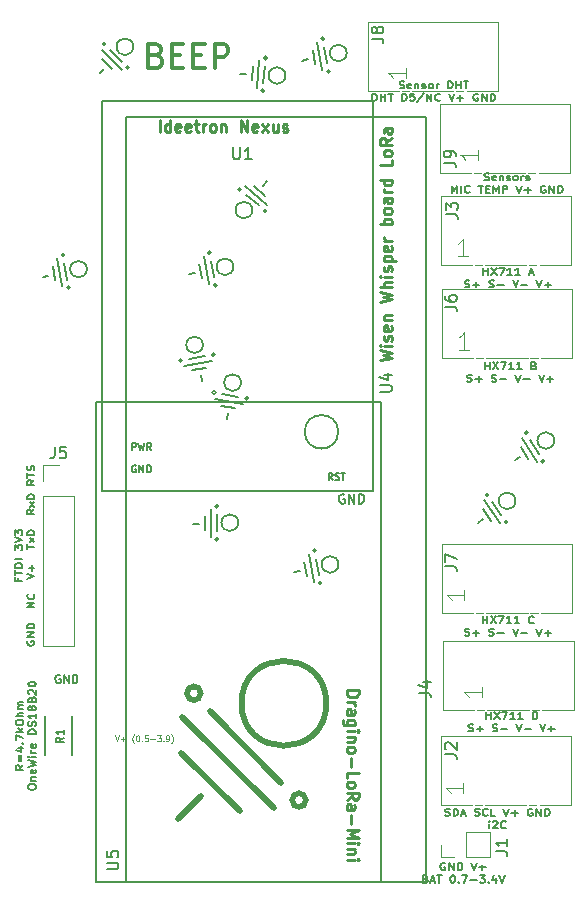
<source format=gto>
G04 #@! TF.GenerationSoftware,KiCad,Pcbnew,(5.0.0-3-g5ebb6b6)*
G04 #@! TF.CreationDate,2018-08-17T21:51:14+02:00*
G04 #@! TF.ProjectId,beep-pcb-v1.4-in-cover,626565702D7063622D76312E342D696E,rev?*
G04 #@! TF.SameCoordinates,Original*
G04 #@! TF.FileFunction,Legend,Top*
G04 #@! TF.FilePolarity,Positive*
%FSLAX46Y46*%
G04 Gerber Fmt 4.6, Leading zero omitted, Abs format (unit mm)*
G04 Created by KiCad (PCBNEW (5.0.0-3-g5ebb6b6)) date 2018 August 17, Friday 21:51:14*
%MOMM*%
%LPD*%
G01*
G04 APERTURE LIST*
%ADD10C,0.150000*%
%ADD11C,0.200000*%
%ADD12C,0.250000*%
%ADD13C,0.300000*%
%ADD14C,0.500000*%
%ADD15C,0.120000*%
%ADD16C,0.125000*%
G04 APERTURE END LIST*
D10*
X115413333Y-79957857D02*
X115513333Y-79986428D01*
X115680000Y-79986428D01*
X115746666Y-79957857D01*
X115780000Y-79929285D01*
X115813333Y-79872142D01*
X115813333Y-79815000D01*
X115780000Y-79757857D01*
X115746666Y-79729285D01*
X115680000Y-79700714D01*
X115546666Y-79672142D01*
X115480000Y-79643571D01*
X115446666Y-79615000D01*
X115413333Y-79557857D01*
X115413333Y-79500714D01*
X115446666Y-79443571D01*
X115480000Y-79415000D01*
X115546666Y-79386428D01*
X115713333Y-79386428D01*
X115813333Y-79415000D01*
X116380000Y-79957857D02*
X116313333Y-79986428D01*
X116180000Y-79986428D01*
X116113333Y-79957857D01*
X116080000Y-79900714D01*
X116080000Y-79672142D01*
X116113333Y-79615000D01*
X116180000Y-79586428D01*
X116313333Y-79586428D01*
X116380000Y-79615000D01*
X116413333Y-79672142D01*
X116413333Y-79729285D01*
X116080000Y-79786428D01*
X116713333Y-79586428D02*
X116713333Y-79986428D01*
X116713333Y-79643571D02*
X116746666Y-79615000D01*
X116813333Y-79586428D01*
X116913333Y-79586428D01*
X116980000Y-79615000D01*
X117013333Y-79672142D01*
X117013333Y-79986428D01*
X117313333Y-79957857D02*
X117380000Y-79986428D01*
X117513333Y-79986428D01*
X117580000Y-79957857D01*
X117613333Y-79900714D01*
X117613333Y-79872142D01*
X117580000Y-79815000D01*
X117513333Y-79786428D01*
X117413333Y-79786428D01*
X117346666Y-79757857D01*
X117313333Y-79700714D01*
X117313333Y-79672142D01*
X117346666Y-79615000D01*
X117413333Y-79586428D01*
X117513333Y-79586428D01*
X117580000Y-79615000D01*
X118013333Y-79986428D02*
X117946666Y-79957857D01*
X117913333Y-79929285D01*
X117880000Y-79872142D01*
X117880000Y-79700714D01*
X117913333Y-79643571D01*
X117946666Y-79615000D01*
X118013333Y-79586428D01*
X118113333Y-79586428D01*
X118180000Y-79615000D01*
X118213333Y-79643571D01*
X118246666Y-79700714D01*
X118246666Y-79872142D01*
X118213333Y-79929285D01*
X118180000Y-79957857D01*
X118113333Y-79986428D01*
X118013333Y-79986428D01*
X118546666Y-79986428D02*
X118546666Y-79586428D01*
X118546666Y-79700714D02*
X118580000Y-79643571D01*
X118613333Y-79615000D01*
X118680000Y-79586428D01*
X118746666Y-79586428D01*
X118946666Y-79957857D02*
X119013333Y-79986428D01*
X119146666Y-79986428D01*
X119213333Y-79957857D01*
X119246666Y-79900714D01*
X119246666Y-79872142D01*
X119213333Y-79815000D01*
X119146666Y-79786428D01*
X119046666Y-79786428D01*
X118980000Y-79757857D01*
X118946666Y-79700714D01*
X118946666Y-79672142D01*
X118980000Y-79615000D01*
X119046666Y-79586428D01*
X119146666Y-79586428D01*
X119213333Y-79615000D01*
X112646666Y-81036428D02*
X112646666Y-80436428D01*
X112880000Y-80865000D01*
X113113333Y-80436428D01*
X113113333Y-81036428D01*
X113446666Y-81036428D02*
X113446666Y-80436428D01*
X114180000Y-80979285D02*
X114146666Y-81007857D01*
X114046666Y-81036428D01*
X113980000Y-81036428D01*
X113880000Y-81007857D01*
X113813333Y-80950714D01*
X113780000Y-80893571D01*
X113746666Y-80779285D01*
X113746666Y-80693571D01*
X113780000Y-80579285D01*
X113813333Y-80522142D01*
X113880000Y-80465000D01*
X113980000Y-80436428D01*
X114046666Y-80436428D01*
X114146666Y-80465000D01*
X114180000Y-80493571D01*
X114913333Y-80436428D02*
X115313333Y-80436428D01*
X115113333Y-81036428D02*
X115113333Y-80436428D01*
X115546666Y-80722142D02*
X115780000Y-80722142D01*
X115880000Y-81036428D02*
X115546666Y-81036428D01*
X115546666Y-80436428D01*
X115880000Y-80436428D01*
X116180000Y-81036428D02*
X116180000Y-80436428D01*
X116413333Y-80865000D01*
X116646666Y-80436428D01*
X116646666Y-81036428D01*
X116980000Y-81036428D02*
X116980000Y-80436428D01*
X117246666Y-80436428D01*
X117313333Y-80465000D01*
X117346666Y-80493571D01*
X117380000Y-80550714D01*
X117380000Y-80636428D01*
X117346666Y-80693571D01*
X117313333Y-80722142D01*
X117246666Y-80750714D01*
X116980000Y-80750714D01*
X118113333Y-80436428D02*
X118346666Y-81036428D01*
X118580000Y-80436428D01*
X118813333Y-80807857D02*
X119346666Y-80807857D01*
X119080000Y-81036428D02*
X119080000Y-80579285D01*
X120580000Y-80465000D02*
X120513333Y-80436428D01*
X120413333Y-80436428D01*
X120313333Y-80465000D01*
X120246666Y-80522142D01*
X120213333Y-80579285D01*
X120180000Y-80693571D01*
X120180000Y-80779285D01*
X120213333Y-80893571D01*
X120246666Y-80950714D01*
X120313333Y-81007857D01*
X120413333Y-81036428D01*
X120480000Y-81036428D01*
X120580000Y-81007857D01*
X120613333Y-80979285D01*
X120613333Y-80779285D01*
X120480000Y-80779285D01*
X120913333Y-81036428D02*
X120913333Y-80436428D01*
X121313333Y-81036428D01*
X121313333Y-80436428D01*
X121646666Y-81036428D02*
X121646666Y-80436428D01*
X121813333Y-80436428D01*
X121913333Y-80465000D01*
X121980000Y-80522142D01*
X122013333Y-80579285D01*
X122046666Y-80693571D01*
X122046666Y-80779285D01*
X122013333Y-80893571D01*
X121980000Y-80950714D01*
X121913333Y-81007857D01*
X121813333Y-81036428D01*
X121646666Y-81036428D01*
D11*
X79277448Y-86596479D02*
X79694204Y-88960019D01*
X80362758Y-89070156D02*
G75*
G03X80362758Y-89070156I-141421J0D01*
G01*
X79876542Y-86312694D02*
G75*
G03X79876542Y-86312694I-141420J0D01*
G01*
X81768626Y-87500413D02*
G75*
G03X81768626Y-87500413I-707107J0D01*
G01*
X78518382Y-88050376D02*
X78025979Y-88137201D01*
X78889234Y-87274189D02*
X79097610Y-88455956D01*
X79856677Y-87002060D02*
X80099783Y-88380790D01*
X99818382Y-113050376D02*
X99325979Y-113137201D01*
X100577448Y-111596479D02*
X100994204Y-113960019D01*
X100189234Y-112274189D02*
X100397610Y-113455956D01*
X101662758Y-114070156D02*
G75*
G03X101662758Y-114070156I-141421J0D01*
G01*
X101156677Y-112002060D02*
X101399783Y-113380790D01*
X101176542Y-111312694D02*
G75*
G03X101176542Y-111312694I-141420J0D01*
G01*
X103068626Y-112500413D02*
G75*
G03X103068626Y-112500413I-707107J0D01*
G01*
X115790701Y-106601863D02*
G75*
G03X115790701Y-106601863I-141419J0D01*
G01*
X116050786Y-107175269D02*
X116853792Y-108322081D01*
X115288992Y-107830761D02*
X115977281Y-108813742D01*
X115354421Y-107052480D02*
X116731005Y-109018447D01*
X118060463Y-107117742D02*
G75*
G03X118060463Y-107117742I-707106J0D01*
G01*
X117396717Y-108895488D02*
G75*
G03X117396717Y-108895488I-141421J0D01*
G01*
X115280916Y-108690954D02*
X114871342Y-108977743D01*
X95272464Y-70981254D02*
X94774367Y-70937678D01*
X96381962Y-69773358D02*
X96172788Y-72164227D01*
X95831572Y-70327499D02*
X95726984Y-71522930D01*
X96794875Y-72407043D02*
G75*
G03X96794875Y-72407043I-141421J0D01*
G01*
X96836482Y-70315035D02*
X96714463Y-71709706D01*
X97038910Y-69617698D02*
G75*
G03X97038910Y-69617698I-141420J0D01*
G01*
X98578393Y-71108243D02*
G75*
G03X98578393Y-71108243I-707106J0D01*
G01*
X101277448Y-68296479D02*
X101694204Y-70660019D01*
X101856677Y-68702060D02*
X102099783Y-70080790D01*
X102362758Y-70770156D02*
G75*
G03X102362758Y-70770156I-141421J0D01*
G01*
X103768626Y-69200413D02*
G75*
G03X103768626Y-69200413I-707107J0D01*
G01*
X101876542Y-68012694D02*
G75*
G03X101876542Y-68012694I-141420J0D01*
G01*
X100518382Y-69750376D02*
X100025979Y-69837201D01*
X100889234Y-68974189D02*
X101097610Y-70155956D01*
D12*
X87925238Y-75892380D02*
X87925238Y-74892380D01*
X88830000Y-75892380D02*
X88830000Y-74892380D01*
X88830000Y-75844761D02*
X88734761Y-75892380D01*
X88544285Y-75892380D01*
X88449047Y-75844761D01*
X88401428Y-75797142D01*
X88353809Y-75701904D01*
X88353809Y-75416190D01*
X88401428Y-75320952D01*
X88449047Y-75273333D01*
X88544285Y-75225714D01*
X88734761Y-75225714D01*
X88830000Y-75273333D01*
X89687142Y-75844761D02*
X89591904Y-75892380D01*
X89401428Y-75892380D01*
X89306190Y-75844761D01*
X89258571Y-75749523D01*
X89258571Y-75368571D01*
X89306190Y-75273333D01*
X89401428Y-75225714D01*
X89591904Y-75225714D01*
X89687142Y-75273333D01*
X89734761Y-75368571D01*
X89734761Y-75463809D01*
X89258571Y-75559047D01*
X90544285Y-75844761D02*
X90449047Y-75892380D01*
X90258571Y-75892380D01*
X90163333Y-75844761D01*
X90115714Y-75749523D01*
X90115714Y-75368571D01*
X90163333Y-75273333D01*
X90258571Y-75225714D01*
X90449047Y-75225714D01*
X90544285Y-75273333D01*
X90591904Y-75368571D01*
X90591904Y-75463809D01*
X90115714Y-75559047D01*
X90877619Y-75225714D02*
X91258571Y-75225714D01*
X91020476Y-74892380D02*
X91020476Y-75749523D01*
X91068095Y-75844761D01*
X91163333Y-75892380D01*
X91258571Y-75892380D01*
X91591904Y-75892380D02*
X91591904Y-75225714D01*
X91591904Y-75416190D02*
X91639523Y-75320952D01*
X91687142Y-75273333D01*
X91782380Y-75225714D01*
X91877619Y-75225714D01*
X92353809Y-75892380D02*
X92258571Y-75844761D01*
X92210952Y-75797142D01*
X92163333Y-75701904D01*
X92163333Y-75416190D01*
X92210952Y-75320952D01*
X92258571Y-75273333D01*
X92353809Y-75225714D01*
X92496666Y-75225714D01*
X92591904Y-75273333D01*
X92639523Y-75320952D01*
X92687142Y-75416190D01*
X92687142Y-75701904D01*
X92639523Y-75797142D01*
X92591904Y-75844761D01*
X92496666Y-75892380D01*
X92353809Y-75892380D01*
X93115714Y-75225714D02*
X93115714Y-75892380D01*
X93115714Y-75320952D02*
X93163333Y-75273333D01*
X93258571Y-75225714D01*
X93401428Y-75225714D01*
X93496666Y-75273333D01*
X93544285Y-75368571D01*
X93544285Y-75892380D01*
X94782380Y-75892380D02*
X94782380Y-74892380D01*
X95353809Y-75892380D01*
X95353809Y-74892380D01*
X96210952Y-75844761D02*
X96115714Y-75892380D01*
X95925238Y-75892380D01*
X95830000Y-75844761D01*
X95782380Y-75749523D01*
X95782380Y-75368571D01*
X95830000Y-75273333D01*
X95925238Y-75225714D01*
X96115714Y-75225714D01*
X96210952Y-75273333D01*
X96258571Y-75368571D01*
X96258571Y-75463809D01*
X95782380Y-75559047D01*
X96591904Y-75892380D02*
X97115714Y-75225714D01*
X96591904Y-75225714D02*
X97115714Y-75892380D01*
X97925238Y-75225714D02*
X97925238Y-75892380D01*
X97496666Y-75225714D02*
X97496666Y-75749523D01*
X97544285Y-75844761D01*
X97639523Y-75892380D01*
X97782380Y-75892380D01*
X97877619Y-75844761D01*
X97925238Y-75797142D01*
X98353809Y-75844761D02*
X98449047Y-75892380D01*
X98639523Y-75892380D01*
X98734761Y-75844761D01*
X98782380Y-75749523D01*
X98782380Y-75701904D01*
X98734761Y-75606666D01*
X98639523Y-75559047D01*
X98496666Y-75559047D01*
X98401428Y-75511428D01*
X98353809Y-75416190D01*
X98353809Y-75368571D01*
X98401428Y-75273333D01*
X98496666Y-75225714D01*
X98639523Y-75225714D01*
X98734761Y-75273333D01*
X106582380Y-95220952D02*
X107582380Y-94982857D01*
X106868095Y-94792380D01*
X107582380Y-94601904D01*
X106582380Y-94363809D01*
X107582380Y-93982857D02*
X106915714Y-93982857D01*
X106582380Y-93982857D02*
X106630000Y-94030476D01*
X106677619Y-93982857D01*
X106630000Y-93935238D01*
X106582380Y-93982857D01*
X106677619Y-93982857D01*
X107534761Y-93554285D02*
X107582380Y-93459047D01*
X107582380Y-93268571D01*
X107534761Y-93173333D01*
X107439523Y-93125714D01*
X107391904Y-93125714D01*
X107296666Y-93173333D01*
X107249047Y-93268571D01*
X107249047Y-93411428D01*
X107201428Y-93506666D01*
X107106190Y-93554285D01*
X107058571Y-93554285D01*
X106963333Y-93506666D01*
X106915714Y-93411428D01*
X106915714Y-93268571D01*
X106963333Y-93173333D01*
X107534761Y-92316190D02*
X107582380Y-92411428D01*
X107582380Y-92601904D01*
X107534761Y-92697142D01*
X107439523Y-92744761D01*
X107058571Y-92744761D01*
X106963333Y-92697142D01*
X106915714Y-92601904D01*
X106915714Y-92411428D01*
X106963333Y-92316190D01*
X107058571Y-92268571D01*
X107153809Y-92268571D01*
X107249047Y-92744761D01*
X106915714Y-91840000D02*
X107582380Y-91840000D01*
X107010952Y-91840000D02*
X106963333Y-91792380D01*
X106915714Y-91697142D01*
X106915714Y-91554285D01*
X106963333Y-91459047D01*
X107058571Y-91411428D01*
X107582380Y-91411428D01*
X106582380Y-90268571D02*
X107582380Y-90030476D01*
X106868095Y-89840000D01*
X107582380Y-89649523D01*
X106582380Y-89411428D01*
X107582380Y-89030476D02*
X106582380Y-89030476D01*
X107582380Y-88601904D02*
X107058571Y-88601904D01*
X106963333Y-88649523D01*
X106915714Y-88744761D01*
X106915714Y-88887619D01*
X106963333Y-88982857D01*
X107010952Y-89030476D01*
X107582380Y-88125714D02*
X106915714Y-88125714D01*
X106582380Y-88125714D02*
X106630000Y-88173333D01*
X106677619Y-88125714D01*
X106630000Y-88078095D01*
X106582380Y-88125714D01*
X106677619Y-88125714D01*
X107534761Y-87697142D02*
X107582380Y-87601904D01*
X107582380Y-87411428D01*
X107534761Y-87316190D01*
X107439523Y-87268571D01*
X107391904Y-87268571D01*
X107296666Y-87316190D01*
X107249047Y-87411428D01*
X107249047Y-87554285D01*
X107201428Y-87649523D01*
X107106190Y-87697142D01*
X107058571Y-87697142D01*
X106963333Y-87649523D01*
X106915714Y-87554285D01*
X106915714Y-87411428D01*
X106963333Y-87316190D01*
X106915714Y-86840000D02*
X107915714Y-86840000D01*
X106963333Y-86840000D02*
X106915714Y-86744761D01*
X106915714Y-86554285D01*
X106963333Y-86459047D01*
X107010952Y-86411428D01*
X107106190Y-86363809D01*
X107391904Y-86363809D01*
X107487142Y-86411428D01*
X107534761Y-86459047D01*
X107582380Y-86554285D01*
X107582380Y-86744761D01*
X107534761Y-86840000D01*
X107534761Y-85554285D02*
X107582380Y-85649523D01*
X107582380Y-85840000D01*
X107534761Y-85935238D01*
X107439523Y-85982857D01*
X107058571Y-85982857D01*
X106963333Y-85935238D01*
X106915714Y-85840000D01*
X106915714Y-85649523D01*
X106963333Y-85554285D01*
X107058571Y-85506666D01*
X107153809Y-85506666D01*
X107249047Y-85982857D01*
X107582380Y-85078095D02*
X106915714Y-85078095D01*
X107106190Y-85078095D02*
X107010952Y-85030476D01*
X106963333Y-84982857D01*
X106915714Y-84887619D01*
X106915714Y-84792380D01*
X107582380Y-83697142D02*
X106582380Y-83697142D01*
X106963333Y-83697142D02*
X106915714Y-83601904D01*
X106915714Y-83411428D01*
X106963333Y-83316190D01*
X107010952Y-83268571D01*
X107106190Y-83220952D01*
X107391904Y-83220952D01*
X107487142Y-83268571D01*
X107534761Y-83316190D01*
X107582380Y-83411428D01*
X107582380Y-83601904D01*
X107534761Y-83697142D01*
X107582380Y-82649523D02*
X107534761Y-82744761D01*
X107487142Y-82792380D01*
X107391904Y-82840000D01*
X107106190Y-82840000D01*
X107010952Y-82792380D01*
X106963333Y-82744761D01*
X106915714Y-82649523D01*
X106915714Y-82506666D01*
X106963333Y-82411428D01*
X107010952Y-82363809D01*
X107106190Y-82316190D01*
X107391904Y-82316190D01*
X107487142Y-82363809D01*
X107534761Y-82411428D01*
X107582380Y-82506666D01*
X107582380Y-82649523D01*
X107582380Y-81459047D02*
X107058571Y-81459047D01*
X106963333Y-81506666D01*
X106915714Y-81601904D01*
X106915714Y-81792380D01*
X106963333Y-81887619D01*
X107534761Y-81459047D02*
X107582380Y-81554285D01*
X107582380Y-81792380D01*
X107534761Y-81887619D01*
X107439523Y-81935238D01*
X107344285Y-81935238D01*
X107249047Y-81887619D01*
X107201428Y-81792380D01*
X107201428Y-81554285D01*
X107153809Y-81459047D01*
X107582380Y-80982857D02*
X106915714Y-80982857D01*
X107106190Y-80982857D02*
X107010952Y-80935238D01*
X106963333Y-80887619D01*
X106915714Y-80792380D01*
X106915714Y-80697142D01*
X107582380Y-79935238D02*
X106582380Y-79935238D01*
X107534761Y-79935238D02*
X107582380Y-80030476D01*
X107582380Y-80220952D01*
X107534761Y-80316190D01*
X107487142Y-80363809D01*
X107391904Y-80411428D01*
X107106190Y-80411428D01*
X107010952Y-80363809D01*
X106963333Y-80316190D01*
X106915714Y-80220952D01*
X106915714Y-80030476D01*
X106963333Y-79935238D01*
X107582380Y-78220952D02*
X107582380Y-78697142D01*
X106582380Y-78697142D01*
X107582380Y-77744761D02*
X107534761Y-77840000D01*
X107487142Y-77887619D01*
X107391904Y-77935238D01*
X107106190Y-77935238D01*
X107010952Y-77887619D01*
X106963333Y-77840000D01*
X106915714Y-77744761D01*
X106915714Y-77601904D01*
X106963333Y-77506666D01*
X107010952Y-77459047D01*
X107106190Y-77411428D01*
X107391904Y-77411428D01*
X107487142Y-77459047D01*
X107534761Y-77506666D01*
X107582380Y-77601904D01*
X107582380Y-77744761D01*
X107582380Y-76411428D02*
X107106190Y-76744761D01*
X107582380Y-76982857D02*
X106582380Y-76982857D01*
X106582380Y-76601904D01*
X106630000Y-76506666D01*
X106677619Y-76459047D01*
X106772857Y-76411428D01*
X106915714Y-76411428D01*
X107010952Y-76459047D01*
X107058571Y-76506666D01*
X107106190Y-76601904D01*
X107106190Y-76982857D01*
X107582380Y-75554285D02*
X107058571Y-75554285D01*
X106963333Y-75601904D01*
X106915714Y-75697142D01*
X106915714Y-75887619D01*
X106963333Y-75982857D01*
X107534761Y-75554285D02*
X107582380Y-75649523D01*
X107582380Y-75887619D01*
X107534761Y-75982857D01*
X107439523Y-76030476D01*
X107344285Y-76030476D01*
X107249047Y-75982857D01*
X107201428Y-75887619D01*
X107201428Y-75649523D01*
X107153809Y-75554285D01*
D10*
X115280000Y-117486428D02*
X115280000Y-116886428D01*
X115280000Y-117172142D02*
X115680000Y-117172142D01*
X115680000Y-117486428D02*
X115680000Y-116886428D01*
X115946666Y-116886428D02*
X116413333Y-117486428D01*
X116413333Y-116886428D02*
X115946666Y-117486428D01*
X116613333Y-116886428D02*
X117080000Y-116886428D01*
X116780000Y-117486428D01*
X117713333Y-117486428D02*
X117313333Y-117486428D01*
X117513333Y-117486428D02*
X117513333Y-116886428D01*
X117446666Y-116972142D01*
X117380000Y-117029285D01*
X117313333Y-117057857D01*
X118380000Y-117486428D02*
X117980000Y-117486428D01*
X118180000Y-117486428D02*
X118180000Y-116886428D01*
X118113333Y-116972142D01*
X118046666Y-117029285D01*
X117980000Y-117057857D01*
X119613333Y-117429285D02*
X119580000Y-117457857D01*
X119480000Y-117486428D01*
X119413333Y-117486428D01*
X119313333Y-117457857D01*
X119246666Y-117400714D01*
X119213333Y-117343571D01*
X119180000Y-117229285D01*
X119180000Y-117143571D01*
X119213333Y-117029285D01*
X119246666Y-116972142D01*
X119313333Y-116915000D01*
X119413333Y-116886428D01*
X119480000Y-116886428D01*
X119580000Y-116915000D01*
X119613333Y-116943571D01*
X113763333Y-118507857D02*
X113863333Y-118536428D01*
X114030000Y-118536428D01*
X114096666Y-118507857D01*
X114130000Y-118479285D01*
X114163333Y-118422142D01*
X114163333Y-118365000D01*
X114130000Y-118307857D01*
X114096666Y-118279285D01*
X114030000Y-118250714D01*
X113896666Y-118222142D01*
X113830000Y-118193571D01*
X113796666Y-118165000D01*
X113763333Y-118107857D01*
X113763333Y-118050714D01*
X113796666Y-117993571D01*
X113830000Y-117965000D01*
X113896666Y-117936428D01*
X114063333Y-117936428D01*
X114163333Y-117965000D01*
X114463333Y-118307857D02*
X114996666Y-118307857D01*
X114730000Y-118536428D02*
X114730000Y-118079285D01*
X115830000Y-118507857D02*
X115930000Y-118536428D01*
X116096666Y-118536428D01*
X116163333Y-118507857D01*
X116196666Y-118479285D01*
X116230000Y-118422142D01*
X116230000Y-118365000D01*
X116196666Y-118307857D01*
X116163333Y-118279285D01*
X116096666Y-118250714D01*
X115963333Y-118222142D01*
X115896666Y-118193571D01*
X115863333Y-118165000D01*
X115830000Y-118107857D01*
X115830000Y-118050714D01*
X115863333Y-117993571D01*
X115896666Y-117965000D01*
X115963333Y-117936428D01*
X116130000Y-117936428D01*
X116230000Y-117965000D01*
X116530000Y-118307857D02*
X117063333Y-118307857D01*
X117830000Y-117936428D02*
X118063333Y-118536428D01*
X118296666Y-117936428D01*
X118530000Y-118307857D02*
X119063333Y-118307857D01*
X119830000Y-117936428D02*
X120063333Y-118536428D01*
X120296666Y-117936428D01*
X120530000Y-118307857D02*
X121063333Y-118307857D01*
X120796666Y-118536428D02*
X120796666Y-118079285D01*
D11*
X94578962Y-108969326D02*
G75*
G03X94578962Y-108969326I-707107J0D01*
G01*
X92271854Y-107769324D02*
X92271854Y-110169326D01*
X92771855Y-108269325D02*
X92771854Y-109669325D01*
X91771855Y-108369326D02*
X91771853Y-109569323D01*
X91271854Y-109069323D02*
X90771854Y-109069324D01*
X92913274Y-107569325D02*
G75*
G03X92913274Y-107569325I-141420J0D01*
G01*
X92913275Y-110369325D02*
G75*
G03X92913275Y-110369325I-141421J0D01*
G01*
X118640336Y-101774515D02*
X119840337Y-103852977D01*
X119323350Y-101957528D02*
X120023349Y-103169964D01*
X120514769Y-103776182D02*
G75*
G03X120514769Y-103776182I-141420J0D01*
G01*
X121333084Y-102013747D02*
G75*
G03X121333084Y-102013747I-707106J0D01*
G01*
X119114769Y-101351310D02*
G75*
G03X119114769Y-101351310I-141420J0D01*
G01*
X118424310Y-103400347D02*
X117991298Y-103650348D01*
X118507325Y-102544131D02*
X119107322Y-103583360D01*
X92762758Y-88870156D02*
G75*
G03X92762758Y-88870156I-141421J0D01*
G01*
X90918382Y-87850376D02*
X90425979Y-87937201D01*
X92276542Y-86112694D02*
G75*
G03X92276542Y-86112694I-141420J0D01*
G01*
X94168626Y-87300413D02*
G75*
G03X94168626Y-87300413I-707107J0D01*
G01*
X92256677Y-86802060D02*
X92499783Y-88180790D01*
X91677448Y-86396479D02*
X92094204Y-88760019D01*
X91289234Y-87074189D02*
X91497610Y-88255956D01*
X89986479Y-95692552D02*
X92350019Y-95275796D01*
X90392060Y-95113323D02*
X91770790Y-94870217D01*
X92601577Y-94748663D02*
G75*
G03X92601577Y-94748663I-141421J0D01*
G01*
X89844114Y-95234878D02*
G75*
G03X89844114Y-95234878I-141420J0D01*
G01*
X90664189Y-96080766D02*
X91845956Y-95872390D01*
X91597520Y-93908481D02*
G75*
G03X91597520Y-93908481I-707107J0D01*
G01*
X91440376Y-96451618D02*
X91527201Y-96944021D01*
X92677930Y-97945704D02*
G75*
G03X92677930Y-97945704I-141420J0D01*
G01*
X92646647Y-98472838D02*
X95010186Y-98889593D01*
X94813362Y-97105522D02*
G75*
G03X94813362Y-97105522I-707107J0D01*
G01*
X93753248Y-99683388D02*
X93666425Y-100175792D01*
X93225876Y-98067257D02*
X94604606Y-98310365D01*
X93150708Y-99069430D02*
X94332476Y-99277808D01*
X95435393Y-98431919D02*
G75*
G03X95435393Y-98431919I-141421J0D01*
G01*
X96989822Y-82555021D02*
G75*
G03X96989822Y-82555021I-141420J0D01*
G01*
X94844899Y-80755215D02*
G75*
G03X94844899Y-80755215I-141420J0D01*
G01*
X97016588Y-82043441D02*
X95178081Y-80500751D01*
X95775980Y-82497767D02*
G75*
G03X95775980Y-82497767I-707107J0D01*
G01*
X96312171Y-82105070D02*
X95239710Y-81205167D01*
X96663518Y-80441773D02*
X96984912Y-80058750D01*
X96878355Y-81274747D02*
X95959102Y-80503402D01*
D13*
X87639249Y-69403331D02*
X87924963Y-69498569D01*
X88020201Y-69593808D01*
X88115439Y-69784284D01*
X88115439Y-70069998D01*
X88020201Y-70260474D01*
X87924963Y-70355712D01*
X87734487Y-70450950D01*
X86972582Y-70450950D01*
X86972582Y-68450950D01*
X87639249Y-68450950D01*
X87829725Y-68546189D01*
X87924963Y-68641427D01*
X88020201Y-68831903D01*
X88020201Y-69022379D01*
X87924963Y-69212855D01*
X87829725Y-69308093D01*
X87639249Y-69403331D01*
X86972582Y-69403331D01*
X88972582Y-69403331D02*
X89639249Y-69403331D01*
X89924963Y-70450950D02*
X88972582Y-70450950D01*
X88972582Y-68450950D01*
X89924963Y-68450950D01*
X90782106Y-69403331D02*
X91448773Y-69403331D01*
X91734487Y-70450950D02*
X90782106Y-70450950D01*
X90782106Y-68450950D01*
X91734487Y-68450950D01*
X92591630Y-70450950D02*
X92591630Y-68450950D01*
X93353535Y-68450950D01*
X93544011Y-68546189D01*
X93639249Y-68641427D01*
X93734487Y-68831903D01*
X93734487Y-69117617D01*
X93639249Y-69308093D01*
X93544011Y-69403331D01*
X93353535Y-69498569D01*
X92591630Y-69498569D01*
D11*
X83362443Y-68459085D02*
G75*
G03X83362443Y-68459085I-141419J0D01*
G01*
X85342342Y-70438983D02*
G75*
G03X85342342Y-70438983I-141420J0D01*
G01*
X85695898Y-68671217D02*
G75*
G03X85695898Y-68671217I-707107J0D01*
G01*
X83221023Y-70580404D02*
X82867470Y-70933959D01*
X83079602Y-69731877D02*
X83928130Y-70580404D01*
X83715999Y-68954058D02*
X84705948Y-69944008D01*
X83008891Y-68954059D02*
X84705947Y-70651115D01*
D14*
X91404921Y-123407776D02*
G75*
G03X91404921Y-123407776I-583095J0D01*
G01*
X100314466Y-132458743D02*
G75*
G03X100314466Y-132458743I-583095J0D01*
G01*
X91458222Y-132105190D02*
X89478323Y-134085089D01*
X89761165Y-128428234D02*
X94710913Y-133377982D01*
X89823846Y-125379645D02*
X97610051Y-133165850D01*
X92165329Y-124892700D02*
X98246447Y-130973819D01*
X102044675Y-124262064D02*
G75*
G03X102044675Y-124262064I-3591855J0D01*
G01*
D10*
X115330000Y-87986428D02*
X115330000Y-87386428D01*
X115330000Y-87672142D02*
X115730000Y-87672142D01*
X115730000Y-87986428D02*
X115730000Y-87386428D01*
X115996666Y-87386428D02*
X116463333Y-87986428D01*
X116463333Y-87386428D02*
X115996666Y-87986428D01*
X116663333Y-87386428D02*
X117130000Y-87386428D01*
X116830000Y-87986428D01*
X117763333Y-87986428D02*
X117363333Y-87986428D01*
X117563333Y-87986428D02*
X117563333Y-87386428D01*
X117496666Y-87472142D01*
X117430000Y-87529285D01*
X117363333Y-87557857D01*
X118430000Y-87986428D02*
X118030000Y-87986428D01*
X118230000Y-87986428D02*
X118230000Y-87386428D01*
X118163333Y-87472142D01*
X118096666Y-87529285D01*
X118030000Y-87557857D01*
X119230000Y-87815000D02*
X119563333Y-87815000D01*
X119163333Y-87986428D02*
X119396666Y-87386428D01*
X119630000Y-87986428D01*
X113763333Y-89007857D02*
X113863333Y-89036428D01*
X114030000Y-89036428D01*
X114096666Y-89007857D01*
X114130000Y-88979285D01*
X114163333Y-88922142D01*
X114163333Y-88865000D01*
X114130000Y-88807857D01*
X114096666Y-88779285D01*
X114030000Y-88750714D01*
X113896666Y-88722142D01*
X113830000Y-88693571D01*
X113796666Y-88665000D01*
X113763333Y-88607857D01*
X113763333Y-88550714D01*
X113796666Y-88493571D01*
X113830000Y-88465000D01*
X113896666Y-88436428D01*
X114063333Y-88436428D01*
X114163333Y-88465000D01*
X114463333Y-88807857D02*
X114996666Y-88807857D01*
X114730000Y-89036428D02*
X114730000Y-88579285D01*
X115830000Y-89007857D02*
X115930000Y-89036428D01*
X116096666Y-89036428D01*
X116163333Y-89007857D01*
X116196666Y-88979285D01*
X116230000Y-88922142D01*
X116230000Y-88865000D01*
X116196666Y-88807857D01*
X116163333Y-88779285D01*
X116096666Y-88750714D01*
X115963333Y-88722142D01*
X115896666Y-88693571D01*
X115863333Y-88665000D01*
X115830000Y-88607857D01*
X115830000Y-88550714D01*
X115863333Y-88493571D01*
X115896666Y-88465000D01*
X115963333Y-88436428D01*
X116130000Y-88436428D01*
X116230000Y-88465000D01*
X116530000Y-88807857D02*
X117063333Y-88807857D01*
X117830000Y-88436428D02*
X118063333Y-89036428D01*
X118296666Y-88436428D01*
X118530000Y-88807857D02*
X119063333Y-88807857D01*
X119830000Y-88436428D02*
X120063333Y-89036428D01*
X120296666Y-88436428D01*
X120530000Y-88807857D02*
X121063333Y-88807857D01*
X120796666Y-89036428D02*
X120796666Y-88579285D01*
X115480000Y-95986428D02*
X115480000Y-95386428D01*
X115480000Y-95672142D02*
X115880000Y-95672142D01*
X115880000Y-95986428D02*
X115880000Y-95386428D01*
X116146666Y-95386428D02*
X116613333Y-95986428D01*
X116613333Y-95386428D02*
X116146666Y-95986428D01*
X116813333Y-95386428D02*
X117280000Y-95386428D01*
X116980000Y-95986428D01*
X117913333Y-95986428D02*
X117513333Y-95986428D01*
X117713333Y-95986428D02*
X117713333Y-95386428D01*
X117646666Y-95472142D01*
X117580000Y-95529285D01*
X117513333Y-95557857D01*
X118580000Y-95986428D02*
X118180000Y-95986428D01*
X118380000Y-95986428D02*
X118380000Y-95386428D01*
X118313333Y-95472142D01*
X118246666Y-95529285D01*
X118180000Y-95557857D01*
X119646666Y-95672142D02*
X119746666Y-95700714D01*
X119780000Y-95729285D01*
X119813333Y-95786428D01*
X119813333Y-95872142D01*
X119780000Y-95929285D01*
X119746666Y-95957857D01*
X119680000Y-95986428D01*
X119413333Y-95986428D01*
X119413333Y-95386428D01*
X119646666Y-95386428D01*
X119713333Y-95415000D01*
X119746666Y-95443571D01*
X119780000Y-95500714D01*
X119780000Y-95557857D01*
X119746666Y-95615000D01*
X119713333Y-95643571D01*
X119646666Y-95672142D01*
X119413333Y-95672142D01*
X113963333Y-97007857D02*
X114063333Y-97036428D01*
X114230000Y-97036428D01*
X114296666Y-97007857D01*
X114330000Y-96979285D01*
X114363333Y-96922142D01*
X114363333Y-96865000D01*
X114330000Y-96807857D01*
X114296666Y-96779285D01*
X114230000Y-96750714D01*
X114096666Y-96722142D01*
X114030000Y-96693571D01*
X113996666Y-96665000D01*
X113963333Y-96607857D01*
X113963333Y-96550714D01*
X113996666Y-96493571D01*
X114030000Y-96465000D01*
X114096666Y-96436428D01*
X114263333Y-96436428D01*
X114363333Y-96465000D01*
X114663333Y-96807857D02*
X115196666Y-96807857D01*
X114930000Y-97036428D02*
X114930000Y-96579285D01*
X116030000Y-97007857D02*
X116130000Y-97036428D01*
X116296666Y-97036428D01*
X116363333Y-97007857D01*
X116396666Y-96979285D01*
X116430000Y-96922142D01*
X116430000Y-96865000D01*
X116396666Y-96807857D01*
X116363333Y-96779285D01*
X116296666Y-96750714D01*
X116163333Y-96722142D01*
X116096666Y-96693571D01*
X116063333Y-96665000D01*
X116030000Y-96607857D01*
X116030000Y-96550714D01*
X116063333Y-96493571D01*
X116096666Y-96465000D01*
X116163333Y-96436428D01*
X116330000Y-96436428D01*
X116430000Y-96465000D01*
X116730000Y-96807857D02*
X117263333Y-96807857D01*
X118030000Y-96436428D02*
X118263333Y-97036428D01*
X118496666Y-96436428D01*
X118730000Y-96807857D02*
X119263333Y-96807857D01*
X120030000Y-96436428D02*
X120263333Y-97036428D01*
X120496666Y-96436428D01*
X120730000Y-96807857D02*
X121263333Y-96807857D01*
X120996666Y-97036428D02*
X120996666Y-96579285D01*
X115580000Y-125586428D02*
X115580000Y-124986428D01*
X115580000Y-125272142D02*
X115980000Y-125272142D01*
X115980000Y-125586428D02*
X115980000Y-124986428D01*
X116246666Y-124986428D02*
X116713333Y-125586428D01*
X116713333Y-124986428D02*
X116246666Y-125586428D01*
X116913333Y-124986428D02*
X117380000Y-124986428D01*
X117080000Y-125586428D01*
X118013333Y-125586428D02*
X117613333Y-125586428D01*
X117813333Y-125586428D02*
X117813333Y-124986428D01*
X117746666Y-125072142D01*
X117680000Y-125129285D01*
X117613333Y-125157857D01*
X118680000Y-125586428D02*
X118280000Y-125586428D01*
X118480000Y-125586428D02*
X118480000Y-124986428D01*
X118413333Y-125072142D01*
X118346666Y-125129285D01*
X118280000Y-125157857D01*
X119513333Y-125586428D02*
X119513333Y-124986428D01*
X119680000Y-124986428D01*
X119780000Y-125015000D01*
X119846666Y-125072142D01*
X119880000Y-125129285D01*
X119913333Y-125243571D01*
X119913333Y-125329285D01*
X119880000Y-125443571D01*
X119846666Y-125500714D01*
X119780000Y-125557857D01*
X119680000Y-125586428D01*
X119513333Y-125586428D01*
X114063333Y-126607857D02*
X114163333Y-126636428D01*
X114330000Y-126636428D01*
X114396666Y-126607857D01*
X114430000Y-126579285D01*
X114463333Y-126522142D01*
X114463333Y-126465000D01*
X114430000Y-126407857D01*
X114396666Y-126379285D01*
X114330000Y-126350714D01*
X114196666Y-126322142D01*
X114130000Y-126293571D01*
X114096666Y-126265000D01*
X114063333Y-126207857D01*
X114063333Y-126150714D01*
X114096666Y-126093571D01*
X114130000Y-126065000D01*
X114196666Y-126036428D01*
X114363333Y-126036428D01*
X114463333Y-126065000D01*
X114763333Y-126407857D02*
X115296666Y-126407857D01*
X115030000Y-126636428D02*
X115030000Y-126179285D01*
X116130000Y-126607857D02*
X116230000Y-126636428D01*
X116396666Y-126636428D01*
X116463333Y-126607857D01*
X116496666Y-126579285D01*
X116530000Y-126522142D01*
X116530000Y-126465000D01*
X116496666Y-126407857D01*
X116463333Y-126379285D01*
X116396666Y-126350714D01*
X116263333Y-126322142D01*
X116196666Y-126293571D01*
X116163333Y-126265000D01*
X116130000Y-126207857D01*
X116130000Y-126150714D01*
X116163333Y-126093571D01*
X116196666Y-126065000D01*
X116263333Y-126036428D01*
X116430000Y-126036428D01*
X116530000Y-126065000D01*
X116830000Y-126407857D02*
X117363333Y-126407857D01*
X118130000Y-126036428D02*
X118363333Y-126636428D01*
X118596666Y-126036428D01*
X118830000Y-126407857D02*
X119363333Y-126407857D01*
X120130000Y-126036428D02*
X120363333Y-126636428D01*
X120596666Y-126036428D01*
X120830000Y-126407857D02*
X121363333Y-126407857D01*
X121096666Y-126636428D02*
X121096666Y-126179285D01*
X112113333Y-133757857D02*
X112213333Y-133786428D01*
X112380000Y-133786428D01*
X112446666Y-133757857D01*
X112480000Y-133729285D01*
X112513333Y-133672142D01*
X112513333Y-133615000D01*
X112480000Y-133557857D01*
X112446666Y-133529285D01*
X112380000Y-133500714D01*
X112246666Y-133472142D01*
X112180000Y-133443571D01*
X112146666Y-133415000D01*
X112113333Y-133357857D01*
X112113333Y-133300714D01*
X112146666Y-133243571D01*
X112180000Y-133215000D01*
X112246666Y-133186428D01*
X112413333Y-133186428D01*
X112513333Y-133215000D01*
X112813333Y-133786428D02*
X112813333Y-133186428D01*
X112980000Y-133186428D01*
X113080000Y-133215000D01*
X113146666Y-133272142D01*
X113180000Y-133329285D01*
X113213333Y-133443571D01*
X113213333Y-133529285D01*
X113180000Y-133643571D01*
X113146666Y-133700714D01*
X113080000Y-133757857D01*
X112980000Y-133786428D01*
X112813333Y-133786428D01*
X113480000Y-133615000D02*
X113813333Y-133615000D01*
X113413333Y-133786428D02*
X113646666Y-133186428D01*
X113880000Y-133786428D01*
X114613333Y-133757857D02*
X114713333Y-133786428D01*
X114880000Y-133786428D01*
X114946666Y-133757857D01*
X114980000Y-133729285D01*
X115013333Y-133672142D01*
X115013333Y-133615000D01*
X114980000Y-133557857D01*
X114946666Y-133529285D01*
X114880000Y-133500714D01*
X114746666Y-133472142D01*
X114680000Y-133443571D01*
X114646666Y-133415000D01*
X114613333Y-133357857D01*
X114613333Y-133300714D01*
X114646666Y-133243571D01*
X114680000Y-133215000D01*
X114746666Y-133186428D01*
X114913333Y-133186428D01*
X115013333Y-133215000D01*
X115713333Y-133729285D02*
X115680000Y-133757857D01*
X115580000Y-133786428D01*
X115513333Y-133786428D01*
X115413333Y-133757857D01*
X115346666Y-133700714D01*
X115313333Y-133643571D01*
X115280000Y-133529285D01*
X115280000Y-133443571D01*
X115313333Y-133329285D01*
X115346666Y-133272142D01*
X115413333Y-133215000D01*
X115513333Y-133186428D01*
X115580000Y-133186428D01*
X115680000Y-133215000D01*
X115713333Y-133243571D01*
X116346666Y-133786428D02*
X116013333Y-133786428D01*
X116013333Y-133186428D01*
X117013333Y-133186428D02*
X117246666Y-133786428D01*
X117480000Y-133186428D01*
X117713333Y-133557857D02*
X118246666Y-133557857D01*
X117980000Y-133786428D02*
X117980000Y-133329285D01*
X119480000Y-133215000D02*
X119413333Y-133186428D01*
X119313333Y-133186428D01*
X119213333Y-133215000D01*
X119146666Y-133272142D01*
X119113333Y-133329285D01*
X119080000Y-133443571D01*
X119080000Y-133529285D01*
X119113333Y-133643571D01*
X119146666Y-133700714D01*
X119213333Y-133757857D01*
X119313333Y-133786428D01*
X119380000Y-133786428D01*
X119480000Y-133757857D01*
X119513333Y-133729285D01*
X119513333Y-133529285D01*
X119380000Y-133529285D01*
X119813333Y-133786428D02*
X119813333Y-133186428D01*
X120213333Y-133786428D01*
X120213333Y-133186428D01*
X120546666Y-133786428D02*
X120546666Y-133186428D01*
X120713333Y-133186428D01*
X120813333Y-133215000D01*
X120880000Y-133272142D01*
X120913333Y-133329285D01*
X120946666Y-133443571D01*
X120946666Y-133529285D01*
X120913333Y-133643571D01*
X120880000Y-133700714D01*
X120813333Y-133757857D01*
X120713333Y-133786428D01*
X120546666Y-133786428D01*
X115846666Y-134836428D02*
X115846666Y-134436428D01*
X115846666Y-134236428D02*
X115813333Y-134265000D01*
X115846666Y-134293571D01*
X115880000Y-134265000D01*
X115846666Y-134236428D01*
X115846666Y-134293571D01*
X116146666Y-134293571D02*
X116180000Y-134265000D01*
X116246666Y-134236428D01*
X116413333Y-134236428D01*
X116480000Y-134265000D01*
X116513333Y-134293571D01*
X116546666Y-134350714D01*
X116546666Y-134407857D01*
X116513333Y-134493571D01*
X116113333Y-134836428D01*
X116546666Y-134836428D01*
X117246666Y-134779285D02*
X117213333Y-134807857D01*
X117113333Y-134836428D01*
X117046666Y-134836428D01*
X116946666Y-134807857D01*
X116880000Y-134750714D01*
X116846666Y-134693571D01*
X116813333Y-134579285D01*
X116813333Y-134493571D01*
X116846666Y-134379285D01*
X116880000Y-134322142D01*
X116946666Y-134265000D01*
X117046666Y-134236428D01*
X117113333Y-134236428D01*
X117213333Y-134265000D01*
X117246666Y-134293571D01*
X108246666Y-72157857D02*
X108346666Y-72186428D01*
X108513333Y-72186428D01*
X108580000Y-72157857D01*
X108613333Y-72129285D01*
X108646666Y-72072142D01*
X108646666Y-72015000D01*
X108613333Y-71957857D01*
X108580000Y-71929285D01*
X108513333Y-71900714D01*
X108380000Y-71872142D01*
X108313333Y-71843571D01*
X108280000Y-71815000D01*
X108246666Y-71757857D01*
X108246666Y-71700714D01*
X108280000Y-71643571D01*
X108313333Y-71615000D01*
X108380000Y-71586428D01*
X108546666Y-71586428D01*
X108646666Y-71615000D01*
X109213333Y-72157857D02*
X109146666Y-72186428D01*
X109013333Y-72186428D01*
X108946666Y-72157857D01*
X108913333Y-72100714D01*
X108913333Y-71872142D01*
X108946666Y-71815000D01*
X109013333Y-71786428D01*
X109146666Y-71786428D01*
X109213333Y-71815000D01*
X109246666Y-71872142D01*
X109246666Y-71929285D01*
X108913333Y-71986428D01*
X109546666Y-71786428D02*
X109546666Y-72186428D01*
X109546666Y-71843571D02*
X109580000Y-71815000D01*
X109646666Y-71786428D01*
X109746666Y-71786428D01*
X109813333Y-71815000D01*
X109846666Y-71872142D01*
X109846666Y-72186428D01*
X110146666Y-72157857D02*
X110213333Y-72186428D01*
X110346666Y-72186428D01*
X110413333Y-72157857D01*
X110446666Y-72100714D01*
X110446666Y-72072142D01*
X110413333Y-72015000D01*
X110346666Y-71986428D01*
X110246666Y-71986428D01*
X110180000Y-71957857D01*
X110146666Y-71900714D01*
X110146666Y-71872142D01*
X110180000Y-71815000D01*
X110246666Y-71786428D01*
X110346666Y-71786428D01*
X110413333Y-71815000D01*
X110846666Y-72186428D02*
X110780000Y-72157857D01*
X110746666Y-72129285D01*
X110713333Y-72072142D01*
X110713333Y-71900714D01*
X110746666Y-71843571D01*
X110780000Y-71815000D01*
X110846666Y-71786428D01*
X110946666Y-71786428D01*
X111013333Y-71815000D01*
X111046666Y-71843571D01*
X111080000Y-71900714D01*
X111080000Y-72072142D01*
X111046666Y-72129285D01*
X111013333Y-72157857D01*
X110946666Y-72186428D01*
X110846666Y-72186428D01*
X111380000Y-72186428D02*
X111380000Y-71786428D01*
X111380000Y-71900714D02*
X111413333Y-71843571D01*
X111446666Y-71815000D01*
X111513333Y-71786428D01*
X111580000Y-71786428D01*
X112346666Y-72186428D02*
X112346666Y-71586428D01*
X112513333Y-71586428D01*
X112613333Y-71615000D01*
X112680000Y-71672142D01*
X112713333Y-71729285D01*
X112746666Y-71843571D01*
X112746666Y-71929285D01*
X112713333Y-72043571D01*
X112680000Y-72100714D01*
X112613333Y-72157857D01*
X112513333Y-72186428D01*
X112346666Y-72186428D01*
X113046666Y-72186428D02*
X113046666Y-71586428D01*
X113046666Y-71872142D02*
X113446666Y-71872142D01*
X113446666Y-72186428D02*
X113446666Y-71586428D01*
X113680000Y-71586428D02*
X114080000Y-71586428D01*
X113880000Y-72186428D02*
X113880000Y-71586428D01*
X105946666Y-73236428D02*
X105946666Y-72636428D01*
X106113333Y-72636428D01*
X106213333Y-72665000D01*
X106280000Y-72722142D01*
X106313333Y-72779285D01*
X106346666Y-72893571D01*
X106346666Y-72979285D01*
X106313333Y-73093571D01*
X106280000Y-73150714D01*
X106213333Y-73207857D01*
X106113333Y-73236428D01*
X105946666Y-73236428D01*
X106646666Y-73236428D02*
X106646666Y-72636428D01*
X106646666Y-72922142D02*
X107046666Y-72922142D01*
X107046666Y-73236428D02*
X107046666Y-72636428D01*
X107280000Y-72636428D02*
X107680000Y-72636428D01*
X107480000Y-73236428D02*
X107480000Y-72636428D01*
X108446666Y-73236428D02*
X108446666Y-72636428D01*
X108613333Y-72636428D01*
X108713333Y-72665000D01*
X108780000Y-72722142D01*
X108813333Y-72779285D01*
X108846666Y-72893571D01*
X108846666Y-72979285D01*
X108813333Y-73093571D01*
X108780000Y-73150714D01*
X108713333Y-73207857D01*
X108613333Y-73236428D01*
X108446666Y-73236428D01*
X109480000Y-72636428D02*
X109146666Y-72636428D01*
X109113333Y-72922142D01*
X109146666Y-72893571D01*
X109213333Y-72865000D01*
X109380000Y-72865000D01*
X109446666Y-72893571D01*
X109480000Y-72922142D01*
X109513333Y-72979285D01*
X109513333Y-73122142D01*
X109480000Y-73179285D01*
X109446666Y-73207857D01*
X109380000Y-73236428D01*
X109213333Y-73236428D01*
X109146666Y-73207857D01*
X109113333Y-73179285D01*
X110313333Y-72607857D02*
X109713333Y-73379285D01*
X110546666Y-73236428D02*
X110546666Y-72636428D01*
X110946666Y-73236428D01*
X110946666Y-72636428D01*
X111680000Y-73179285D02*
X111646666Y-73207857D01*
X111546666Y-73236428D01*
X111480000Y-73236428D01*
X111380000Y-73207857D01*
X111313333Y-73150714D01*
X111280000Y-73093571D01*
X111246666Y-72979285D01*
X111246666Y-72893571D01*
X111280000Y-72779285D01*
X111313333Y-72722142D01*
X111380000Y-72665000D01*
X111480000Y-72636428D01*
X111546666Y-72636428D01*
X111646666Y-72665000D01*
X111680000Y-72693571D01*
X112413333Y-72636428D02*
X112646666Y-73236428D01*
X112880000Y-72636428D01*
X113113333Y-73007857D02*
X113646666Y-73007857D01*
X113380000Y-73236428D02*
X113380000Y-72779285D01*
X114880000Y-72665000D02*
X114813333Y-72636428D01*
X114713333Y-72636428D01*
X114613333Y-72665000D01*
X114546666Y-72722142D01*
X114513333Y-72779285D01*
X114480000Y-72893571D01*
X114480000Y-72979285D01*
X114513333Y-73093571D01*
X114546666Y-73150714D01*
X114613333Y-73207857D01*
X114713333Y-73236428D01*
X114780000Y-73236428D01*
X114880000Y-73207857D01*
X114913333Y-73179285D01*
X114913333Y-72979285D01*
X114780000Y-72979285D01*
X115213333Y-73236428D02*
X115213333Y-72636428D01*
X115613333Y-73236428D01*
X115613333Y-72636428D01*
X115946666Y-73236428D02*
X115946666Y-72636428D01*
X116113333Y-72636428D01*
X116213333Y-72665000D01*
X116280000Y-72722142D01*
X116313333Y-72779285D01*
X116346666Y-72893571D01*
X116346666Y-72979285D01*
X116313333Y-73093571D01*
X116280000Y-73150714D01*
X116213333Y-73207857D01*
X116113333Y-73236428D01*
X115946666Y-73236428D01*
X112096666Y-137815000D02*
X112030000Y-137786428D01*
X111930000Y-137786428D01*
X111830000Y-137815000D01*
X111763333Y-137872142D01*
X111730000Y-137929285D01*
X111696666Y-138043571D01*
X111696666Y-138129285D01*
X111730000Y-138243571D01*
X111763333Y-138300714D01*
X111830000Y-138357857D01*
X111930000Y-138386428D01*
X111996666Y-138386428D01*
X112096666Y-138357857D01*
X112130000Y-138329285D01*
X112130000Y-138129285D01*
X111996666Y-138129285D01*
X112430000Y-138386428D02*
X112430000Y-137786428D01*
X112830000Y-138386428D01*
X112830000Y-137786428D01*
X113163333Y-138386428D02*
X113163333Y-137786428D01*
X113330000Y-137786428D01*
X113430000Y-137815000D01*
X113496666Y-137872142D01*
X113530000Y-137929285D01*
X113563333Y-138043571D01*
X113563333Y-138129285D01*
X113530000Y-138243571D01*
X113496666Y-138300714D01*
X113430000Y-138357857D01*
X113330000Y-138386428D01*
X113163333Y-138386428D01*
X114296666Y-137786428D02*
X114530000Y-138386428D01*
X114763333Y-137786428D01*
X114996666Y-138157857D02*
X115530000Y-138157857D01*
X115263333Y-138386428D02*
X115263333Y-137929285D01*
X110446666Y-139122142D02*
X110546666Y-139150714D01*
X110580000Y-139179285D01*
X110613333Y-139236428D01*
X110613333Y-139322142D01*
X110580000Y-139379285D01*
X110546666Y-139407857D01*
X110480000Y-139436428D01*
X110213333Y-139436428D01*
X110213333Y-138836428D01*
X110446666Y-138836428D01*
X110513333Y-138865000D01*
X110546666Y-138893571D01*
X110580000Y-138950714D01*
X110580000Y-139007857D01*
X110546666Y-139065000D01*
X110513333Y-139093571D01*
X110446666Y-139122142D01*
X110213333Y-139122142D01*
X110880000Y-139265000D02*
X111213333Y-139265000D01*
X110813333Y-139436428D02*
X111046666Y-138836428D01*
X111280000Y-139436428D01*
X111413333Y-138836428D02*
X111813333Y-138836428D01*
X111613333Y-139436428D02*
X111613333Y-138836428D01*
X112713333Y-138836428D02*
X112780000Y-138836428D01*
X112846666Y-138865000D01*
X112880000Y-138893571D01*
X112913333Y-138950714D01*
X112946666Y-139065000D01*
X112946666Y-139207857D01*
X112913333Y-139322142D01*
X112880000Y-139379285D01*
X112846666Y-139407857D01*
X112780000Y-139436428D01*
X112713333Y-139436428D01*
X112646666Y-139407857D01*
X112613333Y-139379285D01*
X112580000Y-139322142D01*
X112546666Y-139207857D01*
X112546666Y-139065000D01*
X112580000Y-138950714D01*
X112613333Y-138893571D01*
X112646666Y-138865000D01*
X112713333Y-138836428D01*
X113246666Y-139379285D02*
X113280000Y-139407857D01*
X113246666Y-139436428D01*
X113213333Y-139407857D01*
X113246666Y-139379285D01*
X113246666Y-139436428D01*
X113513333Y-138836428D02*
X113980000Y-138836428D01*
X113680000Y-139436428D01*
X114246666Y-139207857D02*
X114780000Y-139207857D01*
X115046666Y-138836428D02*
X115480000Y-138836428D01*
X115246666Y-139065000D01*
X115346666Y-139065000D01*
X115413333Y-139093571D01*
X115446666Y-139122142D01*
X115480000Y-139179285D01*
X115480000Y-139322142D01*
X115446666Y-139379285D01*
X115413333Y-139407857D01*
X115346666Y-139436428D01*
X115146666Y-139436428D01*
X115080000Y-139407857D01*
X115046666Y-139379285D01*
X115780000Y-139379285D02*
X115813333Y-139407857D01*
X115780000Y-139436428D01*
X115746666Y-139407857D01*
X115780000Y-139379285D01*
X115780000Y-139436428D01*
X116413333Y-139036428D02*
X116413333Y-139436428D01*
X116246666Y-138807857D02*
X116080000Y-139236428D01*
X116513333Y-139236428D01*
X116680000Y-138836428D02*
X116913333Y-139436428D01*
X117146666Y-138836428D01*
X75962142Y-113676666D02*
X75962142Y-113910000D01*
X76276428Y-113910000D02*
X75676428Y-113910000D01*
X75676428Y-113576666D01*
X75676428Y-113410000D02*
X75676428Y-113010000D01*
X76276428Y-113210000D02*
X75676428Y-113210000D01*
X76276428Y-112776666D02*
X75676428Y-112776666D01*
X75676428Y-112610000D01*
X75705000Y-112510000D01*
X75762142Y-112443333D01*
X75819285Y-112410000D01*
X75933571Y-112376666D01*
X76019285Y-112376666D01*
X76133571Y-112410000D01*
X76190714Y-112443333D01*
X76247857Y-112510000D01*
X76276428Y-112610000D01*
X76276428Y-112776666D01*
X76276428Y-112076666D02*
X75676428Y-112076666D01*
X75676428Y-111276666D02*
X75676428Y-110843333D01*
X75905000Y-111076666D01*
X75905000Y-110976666D01*
X75933571Y-110910000D01*
X75962142Y-110876666D01*
X76019285Y-110843333D01*
X76162142Y-110843333D01*
X76219285Y-110876666D01*
X76247857Y-110910000D01*
X76276428Y-110976666D01*
X76276428Y-111176666D01*
X76247857Y-111243333D01*
X76219285Y-111276666D01*
X75676428Y-110643333D02*
X76276428Y-110410000D01*
X75676428Y-110176666D01*
X75676428Y-110010000D02*
X75676428Y-109576666D01*
X75905000Y-109810000D01*
X75905000Y-109710000D01*
X75933571Y-109643333D01*
X75962142Y-109610000D01*
X76019285Y-109576666D01*
X76162142Y-109576666D01*
X76219285Y-109610000D01*
X76247857Y-109643333D01*
X76276428Y-109710000D01*
X76276428Y-109910000D01*
X76247857Y-109976666D01*
X76219285Y-110010000D01*
X76755000Y-118976666D02*
X76726428Y-119043333D01*
X76726428Y-119143333D01*
X76755000Y-119243333D01*
X76812142Y-119310000D01*
X76869285Y-119343333D01*
X76983571Y-119376666D01*
X77069285Y-119376666D01*
X77183571Y-119343333D01*
X77240714Y-119310000D01*
X77297857Y-119243333D01*
X77326428Y-119143333D01*
X77326428Y-119076666D01*
X77297857Y-118976666D01*
X77269285Y-118943333D01*
X77069285Y-118943333D01*
X77069285Y-119076666D01*
X77326428Y-118643333D02*
X76726428Y-118643333D01*
X77326428Y-118243333D01*
X76726428Y-118243333D01*
X77326428Y-117910000D02*
X76726428Y-117910000D01*
X76726428Y-117743333D01*
X76755000Y-117643333D01*
X76812142Y-117576666D01*
X76869285Y-117543333D01*
X76983571Y-117510000D01*
X77069285Y-117510000D01*
X77183571Y-117543333D01*
X77240714Y-117576666D01*
X77297857Y-117643333D01*
X77326428Y-117743333D01*
X77326428Y-117910000D01*
X77326428Y-116143333D02*
X76726428Y-116143333D01*
X77326428Y-115743333D01*
X76726428Y-115743333D01*
X77269285Y-115010000D02*
X77297857Y-115043333D01*
X77326428Y-115143333D01*
X77326428Y-115210000D01*
X77297857Y-115310000D01*
X77240714Y-115376666D01*
X77183571Y-115410000D01*
X77069285Y-115443333D01*
X76983571Y-115443333D01*
X76869285Y-115410000D01*
X76812142Y-115376666D01*
X76755000Y-115310000D01*
X76726428Y-115210000D01*
X76726428Y-115143333D01*
X76755000Y-115043333D01*
X76783571Y-115010000D01*
X76726428Y-113743333D02*
X77326428Y-113510000D01*
X76726428Y-113276666D01*
X77097857Y-113043333D02*
X77097857Y-112510000D01*
X77326428Y-112776666D02*
X76869285Y-112776666D01*
X76726428Y-111210000D02*
X76726428Y-110810000D01*
X77326428Y-111010000D02*
X76726428Y-111010000D01*
X77326428Y-110643333D02*
X76926428Y-110276666D01*
X76926428Y-110643333D02*
X77326428Y-110276666D01*
X77326428Y-110010000D02*
X76726428Y-110010000D01*
X76726428Y-109843333D01*
X76755000Y-109743333D01*
X76812142Y-109676666D01*
X76869285Y-109643333D01*
X76983571Y-109610000D01*
X77069285Y-109610000D01*
X77183571Y-109643333D01*
X77240714Y-109676666D01*
X77297857Y-109743333D01*
X77326428Y-109843333D01*
X77326428Y-110010000D01*
X77326428Y-107843333D02*
X77040714Y-108076666D01*
X77326428Y-108243333D02*
X76726428Y-108243333D01*
X76726428Y-107976666D01*
X76755000Y-107910000D01*
X76783571Y-107876666D01*
X76840714Y-107843333D01*
X76926428Y-107843333D01*
X76983571Y-107876666D01*
X77012142Y-107910000D01*
X77040714Y-107976666D01*
X77040714Y-108243333D01*
X77326428Y-107610000D02*
X76926428Y-107243333D01*
X76926428Y-107610000D02*
X77326428Y-107243333D01*
X77326428Y-106976666D02*
X76726428Y-106976666D01*
X76726428Y-106810000D01*
X76755000Y-106710000D01*
X76812142Y-106643333D01*
X76869285Y-106610000D01*
X76983571Y-106576666D01*
X77069285Y-106576666D01*
X77183571Y-106610000D01*
X77240714Y-106643333D01*
X77297857Y-106710000D01*
X77326428Y-106810000D01*
X77326428Y-106976666D01*
X77326428Y-105343333D02*
X77040714Y-105576666D01*
X77326428Y-105743333D02*
X76726428Y-105743333D01*
X76726428Y-105476666D01*
X76755000Y-105410000D01*
X76783571Y-105376666D01*
X76840714Y-105343333D01*
X76926428Y-105343333D01*
X76983571Y-105376666D01*
X77012142Y-105410000D01*
X77040714Y-105476666D01*
X77040714Y-105743333D01*
X76726428Y-105143333D02*
X76726428Y-104743333D01*
X77326428Y-104943333D02*
X76726428Y-104943333D01*
X77297857Y-104543333D02*
X77326428Y-104443333D01*
X77326428Y-104276666D01*
X77297857Y-104210000D01*
X77269285Y-104176666D01*
X77212142Y-104143333D01*
X77155000Y-104143333D01*
X77097857Y-104176666D01*
X77069285Y-104210000D01*
X77040714Y-104276666D01*
X77012142Y-104410000D01*
X76983571Y-104476666D01*
X76955000Y-104510000D01*
X76897857Y-104543333D01*
X76840714Y-104543333D01*
X76783571Y-104510000D01*
X76755000Y-104476666D01*
X76726428Y-104410000D01*
X76726428Y-104243333D01*
X76755000Y-104143333D01*
X76376428Y-129483333D02*
X76090714Y-129716666D01*
X76376428Y-129883333D02*
X75776428Y-129883333D01*
X75776428Y-129616666D01*
X75805000Y-129550000D01*
X75833571Y-129516666D01*
X75890714Y-129483333D01*
X75976428Y-129483333D01*
X76033571Y-129516666D01*
X76062142Y-129550000D01*
X76090714Y-129616666D01*
X76090714Y-129883333D01*
X76062142Y-129183333D02*
X76062142Y-128650000D01*
X76233571Y-128650000D02*
X76233571Y-129183333D01*
X75976428Y-128016666D02*
X76376428Y-128016666D01*
X75747857Y-128183333D02*
X76176428Y-128350000D01*
X76176428Y-127916666D01*
X76319285Y-127650000D02*
X76347857Y-127616666D01*
X76376428Y-127650000D01*
X76347857Y-127683333D01*
X76319285Y-127650000D01*
X76376428Y-127650000D01*
X75776428Y-127383333D02*
X75776428Y-126916666D01*
X76376428Y-127216666D01*
X76376428Y-126650000D02*
X75776428Y-126650000D01*
X76147857Y-126583333D02*
X76376428Y-126383333D01*
X75976428Y-126383333D02*
X76205000Y-126650000D01*
X75776428Y-125950000D02*
X75776428Y-125816666D01*
X75805000Y-125750000D01*
X75862142Y-125683333D01*
X75976428Y-125650000D01*
X76176428Y-125650000D01*
X76290714Y-125683333D01*
X76347857Y-125750000D01*
X76376428Y-125816666D01*
X76376428Y-125950000D01*
X76347857Y-126016666D01*
X76290714Y-126083333D01*
X76176428Y-126116666D01*
X75976428Y-126116666D01*
X75862142Y-126083333D01*
X75805000Y-126016666D01*
X75776428Y-125950000D01*
X76376428Y-125350000D02*
X75776428Y-125350000D01*
X76376428Y-125050000D02*
X76062142Y-125050000D01*
X76005000Y-125083333D01*
X75976428Y-125150000D01*
X75976428Y-125250000D01*
X76005000Y-125316666D01*
X76033571Y-125350000D01*
X76376428Y-124716666D02*
X75976428Y-124716666D01*
X76033571Y-124716666D02*
X76005000Y-124683333D01*
X75976428Y-124616666D01*
X75976428Y-124516666D01*
X76005000Y-124450000D01*
X76062142Y-124416666D01*
X76376428Y-124416666D01*
X76062142Y-124416666D02*
X76005000Y-124383333D01*
X75976428Y-124316666D01*
X75976428Y-124216666D01*
X76005000Y-124150000D01*
X76062142Y-124116666D01*
X76376428Y-124116666D01*
X76826428Y-131400000D02*
X76826428Y-131266666D01*
X76855000Y-131200000D01*
X76912142Y-131133333D01*
X77026428Y-131100000D01*
X77226428Y-131100000D01*
X77340714Y-131133333D01*
X77397857Y-131200000D01*
X77426428Y-131266666D01*
X77426428Y-131400000D01*
X77397857Y-131466666D01*
X77340714Y-131533333D01*
X77226428Y-131566666D01*
X77026428Y-131566666D01*
X76912142Y-131533333D01*
X76855000Y-131466666D01*
X76826428Y-131400000D01*
X77026428Y-130800000D02*
X77426428Y-130800000D01*
X77083571Y-130800000D02*
X77055000Y-130766666D01*
X77026428Y-130700000D01*
X77026428Y-130600000D01*
X77055000Y-130533333D01*
X77112142Y-130500000D01*
X77426428Y-130500000D01*
X77397857Y-129900000D02*
X77426428Y-129966666D01*
X77426428Y-130100000D01*
X77397857Y-130166666D01*
X77340714Y-130200000D01*
X77112142Y-130200000D01*
X77055000Y-130166666D01*
X77026428Y-130100000D01*
X77026428Y-129966666D01*
X77055000Y-129900000D01*
X77112142Y-129866666D01*
X77169285Y-129866666D01*
X77226428Y-130200000D01*
X76826428Y-129633333D02*
X77426428Y-129466666D01*
X76997857Y-129333333D01*
X77426428Y-129200000D01*
X76826428Y-129033333D01*
X77426428Y-128766666D02*
X77026428Y-128766666D01*
X76826428Y-128766666D02*
X76855000Y-128800000D01*
X76883571Y-128766666D01*
X76855000Y-128733333D01*
X76826428Y-128766666D01*
X76883571Y-128766666D01*
X77426428Y-128433333D02*
X77026428Y-128433333D01*
X77140714Y-128433333D02*
X77083571Y-128400000D01*
X77055000Y-128366666D01*
X77026428Y-128300000D01*
X77026428Y-128233333D01*
X77397857Y-127733333D02*
X77426428Y-127800000D01*
X77426428Y-127933333D01*
X77397857Y-128000000D01*
X77340714Y-128033333D01*
X77112142Y-128033333D01*
X77055000Y-128000000D01*
X77026428Y-127933333D01*
X77026428Y-127800000D01*
X77055000Y-127733333D01*
X77112142Y-127700000D01*
X77169285Y-127700000D01*
X77226428Y-128033333D01*
X77426428Y-126866666D02*
X76826428Y-126866666D01*
X76826428Y-126700000D01*
X76855000Y-126600000D01*
X76912142Y-126533333D01*
X76969285Y-126500000D01*
X77083571Y-126466666D01*
X77169285Y-126466666D01*
X77283571Y-126500000D01*
X77340714Y-126533333D01*
X77397857Y-126600000D01*
X77426428Y-126700000D01*
X77426428Y-126866666D01*
X77397857Y-126200000D02*
X77426428Y-126100000D01*
X77426428Y-125933333D01*
X77397857Y-125866666D01*
X77369285Y-125833333D01*
X77312142Y-125800000D01*
X77255000Y-125800000D01*
X77197857Y-125833333D01*
X77169285Y-125866666D01*
X77140714Y-125933333D01*
X77112142Y-126066666D01*
X77083571Y-126133333D01*
X77055000Y-126166666D01*
X76997857Y-126200000D01*
X76940714Y-126200000D01*
X76883571Y-126166666D01*
X76855000Y-126133333D01*
X76826428Y-126066666D01*
X76826428Y-125900000D01*
X76855000Y-125800000D01*
X77426428Y-125133333D02*
X77426428Y-125533333D01*
X77426428Y-125333333D02*
X76826428Y-125333333D01*
X76912142Y-125400000D01*
X76969285Y-125466666D01*
X76997857Y-125533333D01*
X77083571Y-124733333D02*
X77055000Y-124800000D01*
X77026428Y-124833333D01*
X76969285Y-124866666D01*
X76940714Y-124866666D01*
X76883571Y-124833333D01*
X76855000Y-124800000D01*
X76826428Y-124733333D01*
X76826428Y-124600000D01*
X76855000Y-124533333D01*
X76883571Y-124500000D01*
X76940714Y-124466666D01*
X76969285Y-124466666D01*
X77026428Y-124500000D01*
X77055000Y-124533333D01*
X77083571Y-124600000D01*
X77083571Y-124733333D01*
X77112142Y-124800000D01*
X77140714Y-124833333D01*
X77197857Y-124866666D01*
X77312142Y-124866666D01*
X77369285Y-124833333D01*
X77397857Y-124800000D01*
X77426428Y-124733333D01*
X77426428Y-124600000D01*
X77397857Y-124533333D01*
X77369285Y-124500000D01*
X77312142Y-124466666D01*
X77197857Y-124466666D01*
X77140714Y-124500000D01*
X77112142Y-124533333D01*
X77083571Y-124600000D01*
X77112142Y-123933333D02*
X77140714Y-123833333D01*
X77169285Y-123800000D01*
X77226428Y-123766666D01*
X77312142Y-123766666D01*
X77369285Y-123800000D01*
X77397857Y-123833333D01*
X77426428Y-123900000D01*
X77426428Y-124166666D01*
X76826428Y-124166666D01*
X76826428Y-123933333D01*
X76855000Y-123866666D01*
X76883571Y-123833333D01*
X76940714Y-123800000D01*
X76997857Y-123800000D01*
X77055000Y-123833333D01*
X77083571Y-123866666D01*
X77112142Y-123933333D01*
X77112142Y-124166666D01*
X76883571Y-123500000D02*
X76855000Y-123466666D01*
X76826428Y-123400000D01*
X76826428Y-123233333D01*
X76855000Y-123166666D01*
X76883571Y-123133333D01*
X76940714Y-123100000D01*
X76997857Y-123100000D01*
X77083571Y-123133333D01*
X77426428Y-123533333D01*
X77426428Y-123100000D01*
X76826428Y-122666666D02*
X76826428Y-122600000D01*
X76855000Y-122533333D01*
X76883571Y-122500000D01*
X76940714Y-122466666D01*
X77055000Y-122433333D01*
X77197857Y-122433333D01*
X77312142Y-122466666D01*
X77369285Y-122500000D01*
X77397857Y-122533333D01*
X77426428Y-122600000D01*
X77426428Y-122666666D01*
X77397857Y-122733333D01*
X77369285Y-122766666D01*
X77312142Y-122800000D01*
X77197857Y-122833333D01*
X77055000Y-122833333D01*
X76940714Y-122800000D01*
X76883571Y-122766666D01*
X76855000Y-122733333D01*
X76826428Y-122666666D01*
D15*
G04 #@! TO.C,J2*
X120130000Y-132840000D02*
X122780000Y-132840000D01*
X111730000Y-132840000D02*
X114380000Y-132840000D01*
X122780000Y-132840000D02*
X122780000Y-126990000D01*
X115480000Y-132840000D02*
X118980000Y-132840000D01*
X111730000Y-132840000D02*
X111730000Y-126990000D01*
X111730000Y-126990000D02*
X122780000Y-126990000D01*
X114630000Y-132840000D02*
X115230000Y-132840000D01*
X119230000Y-132840000D02*
X119830000Y-132840000D01*
G04 #@! TO.C,J3*
X120130000Y-87140000D02*
X122780000Y-87140000D01*
X111730000Y-87140000D02*
X114380000Y-87140000D01*
X122780000Y-87140000D02*
X122780000Y-81290000D01*
X115480000Y-87140000D02*
X118980000Y-87140000D01*
X111730000Y-87140000D02*
X111730000Y-81290000D01*
X111730000Y-81290000D02*
X122780000Y-81290000D01*
X114630000Y-87140000D02*
X115230000Y-87140000D01*
X119230000Y-87140000D02*
X119830000Y-87140000D01*
G04 #@! TO.C,J4*
X119430000Y-124840000D02*
X120030000Y-124840000D01*
X114830000Y-124840000D02*
X115430000Y-124840000D01*
X111930000Y-118990000D02*
X122980000Y-118990000D01*
X111930000Y-124840000D02*
X111930000Y-118990000D01*
X115680000Y-124840000D02*
X119180000Y-124840000D01*
X122980000Y-124840000D02*
X122980000Y-118990000D01*
X111930000Y-124840000D02*
X114580000Y-124840000D01*
X120330000Y-124840000D02*
X122980000Y-124840000D01*
G04 #@! TO.C,J5*
X78045000Y-104080000D02*
X79375000Y-104080000D01*
X78045000Y-105410000D02*
X78045000Y-104080000D01*
X78045000Y-106680000D02*
X80705000Y-106680000D01*
X80705000Y-106680000D02*
X80705000Y-119440000D01*
X78045000Y-106680000D02*
X78045000Y-119440000D01*
X78045000Y-119440000D02*
X80705000Y-119440000D01*
G04 #@! TO.C,J6*
X120230000Y-95040000D02*
X122880000Y-95040000D01*
X111830000Y-95040000D02*
X114480000Y-95040000D01*
X122880000Y-95040000D02*
X122880000Y-89190000D01*
X115580000Y-95040000D02*
X119080000Y-95040000D01*
X111830000Y-95040000D02*
X111830000Y-89190000D01*
X111830000Y-89190000D02*
X122880000Y-89190000D01*
X114730000Y-95040000D02*
X115330000Y-95040000D01*
X119330000Y-95040000D02*
X119930000Y-95040000D01*
G04 #@! TO.C,J7*
X120230000Y-116640000D02*
X122880000Y-116640000D01*
X111830000Y-116640000D02*
X114480000Y-116640000D01*
X122880000Y-116640000D02*
X122880000Y-110790000D01*
X115580000Y-116640000D02*
X119080000Y-116640000D01*
X111830000Y-116640000D02*
X111830000Y-110790000D01*
X111830000Y-110790000D02*
X122880000Y-110790000D01*
X114730000Y-116640000D02*
X115330000Y-116640000D01*
X119330000Y-116640000D02*
X119930000Y-116640000D01*
G04 #@! TO.C,J8*
X113030000Y-72440000D02*
X113630000Y-72440000D01*
X108430000Y-72440000D02*
X109030000Y-72440000D01*
X105530000Y-66590000D02*
X116580000Y-66590000D01*
X105530000Y-72440000D02*
X105530000Y-66590000D01*
X109280000Y-72440000D02*
X112780000Y-72440000D01*
X116580000Y-72440000D02*
X116580000Y-66590000D01*
X105530000Y-72440000D02*
X108180000Y-72440000D01*
X113930000Y-72440000D02*
X116580000Y-72440000D01*
G04 #@! TO.C,J9*
X120030000Y-79340000D02*
X122680000Y-79340000D01*
X111630000Y-79340000D02*
X114280000Y-79340000D01*
X122680000Y-79340000D02*
X122680000Y-73490000D01*
X115380000Y-79340000D02*
X118880000Y-79340000D01*
X111630000Y-79340000D02*
X111630000Y-73490000D01*
X111630000Y-73490000D02*
X122680000Y-73490000D01*
X114530000Y-79340000D02*
X115130000Y-79340000D01*
X119130000Y-79340000D02*
X119730000Y-79340000D01*
D10*
G04 #@! TO.C,U1*
X106010000Y-106285000D02*
X83010000Y-106285000D01*
X83010000Y-106285000D02*
X83010000Y-73285000D01*
X83010000Y-73285000D02*
X106010000Y-73285000D01*
X106010000Y-73285000D02*
X106010000Y-106285000D01*
G04 #@! TO.C,U4*
X85120000Y-74600000D02*
X109250000Y-74600000D01*
X109250000Y-74600000D02*
X110520000Y-74600000D01*
X110520000Y-74600000D02*
X110520000Y-139370000D01*
X110520000Y-139370000D02*
X85120000Y-139370000D01*
X85120000Y-139370000D02*
X85120000Y-74600000D01*
G04 #@! TO.C,U5*
X103049903Y-101270000D02*
G75*
G03X103049903Y-101270000I-1419903J0D01*
G01*
X82580000Y-98730000D02*
X82580000Y-139370000D01*
X82580000Y-139370000D02*
X106710000Y-139370000D01*
X106710000Y-139370000D02*
X106710000Y-98730000D01*
X106710000Y-98730000D02*
X82580000Y-98730000D01*
G04 #@! TO.C,R1*
X80518000Y-127000000D02*
X80518000Y-128651000D01*
X80518000Y-127000000D02*
X80518000Y-125349000D01*
X78232000Y-128651000D02*
X78232000Y-125349000D01*
D15*
G04 #@! TO.C,J1*
X111770000Y-137300000D02*
X111770000Y-136240000D01*
X112830000Y-137300000D02*
X111770000Y-137300000D01*
X113830000Y-137300000D02*
X113830000Y-135180000D01*
X113830000Y-135180000D02*
X115890000Y-135180000D01*
X113830000Y-137300000D02*
X115890000Y-137300000D01*
X115890000Y-137300000D02*
X115890000Y-135180000D01*
G04 #@! TO.C,J2*
D10*
X112082380Y-128573333D02*
X112796666Y-128573333D01*
X112939523Y-128620952D01*
X113034761Y-128716190D01*
X113082380Y-128859047D01*
X113082380Y-128954285D01*
X112177619Y-128144761D02*
X112130000Y-128097142D01*
X112082380Y-128001904D01*
X112082380Y-127763809D01*
X112130000Y-127668571D01*
X112177619Y-127620952D01*
X112272857Y-127573333D01*
X112368095Y-127573333D01*
X112510952Y-127620952D01*
X113082380Y-128192380D01*
X113082380Y-127573333D01*
D15*
X113638571Y-131016428D02*
X113638571Y-131873571D01*
X113638571Y-131445000D02*
X112138571Y-131445000D01*
X112352857Y-131587857D01*
X112495714Y-131730714D01*
X112567142Y-131873571D01*
G04 #@! TO.C,J3*
D10*
X112192380Y-82868333D02*
X112906666Y-82868333D01*
X113049523Y-82915952D01*
X113144761Y-83011190D01*
X113192380Y-83154047D01*
X113192380Y-83249285D01*
X112192380Y-82487380D02*
X112192380Y-81868333D01*
X112573333Y-82201666D01*
X112573333Y-82058809D01*
X112620952Y-81963571D01*
X112668571Y-81915952D01*
X112763809Y-81868333D01*
X113001904Y-81868333D01*
X113097142Y-81915952D01*
X113144761Y-81963571D01*
X113192380Y-82058809D01*
X113192380Y-82344523D01*
X113144761Y-82439761D01*
X113097142Y-82487380D01*
D15*
X114023571Y-86423571D02*
X113166428Y-86423571D01*
X113595000Y-86423571D02*
X113595000Y-84923571D01*
X113452142Y-85137857D01*
X113309285Y-85280714D01*
X113166428Y-85352142D01*
G04 #@! TO.C,J4*
D10*
X109882380Y-123373333D02*
X110596666Y-123373333D01*
X110739523Y-123420952D01*
X110834761Y-123516190D01*
X110882380Y-123659047D01*
X110882380Y-123754285D01*
X110215714Y-122468571D02*
X110882380Y-122468571D01*
X109834761Y-122706666D02*
X110549047Y-122944761D01*
X110549047Y-122325714D01*
D15*
X115183571Y-122886428D02*
X115183571Y-123743571D01*
X115183571Y-123315000D02*
X113683571Y-123315000D01*
X113897857Y-123457857D01*
X114040714Y-123600714D01*
X114112142Y-123743571D01*
G04 #@! TO.C,J5*
D10*
X79041666Y-102532380D02*
X79041666Y-103246666D01*
X78994047Y-103389523D01*
X78898809Y-103484761D01*
X78755952Y-103532380D01*
X78660714Y-103532380D01*
X79994047Y-102532380D02*
X79517857Y-102532380D01*
X79470238Y-103008571D01*
X79517857Y-102960952D01*
X79613095Y-102913333D01*
X79851190Y-102913333D01*
X79946428Y-102960952D01*
X79994047Y-103008571D01*
X80041666Y-103103809D01*
X80041666Y-103341904D01*
X79994047Y-103437142D01*
X79946428Y-103484761D01*
X79851190Y-103532380D01*
X79613095Y-103532380D01*
X79517857Y-103484761D01*
X79470238Y-103437142D01*
G04 #@! TO.C,J6*
X112082380Y-90673333D02*
X112796666Y-90673333D01*
X112939523Y-90720952D01*
X113034761Y-90816190D01*
X113082380Y-90959047D01*
X113082380Y-91054285D01*
X112082380Y-89768571D02*
X112082380Y-89959047D01*
X112130000Y-90054285D01*
X112177619Y-90101904D01*
X112320476Y-90197142D01*
X112510952Y-90244761D01*
X112891904Y-90244761D01*
X112987142Y-90197142D01*
X113034761Y-90149523D01*
X113082380Y-90054285D01*
X113082380Y-89863809D01*
X113034761Y-89768571D01*
X112987142Y-89720952D01*
X112891904Y-89673333D01*
X112653809Y-89673333D01*
X112558571Y-89720952D01*
X112510952Y-89768571D01*
X112463333Y-89863809D01*
X112463333Y-90054285D01*
X112510952Y-90149523D01*
X112558571Y-90197142D01*
X112653809Y-90244761D01*
D15*
X114123571Y-94323571D02*
X113266428Y-94323571D01*
X113695000Y-94323571D02*
X113695000Y-92823571D01*
X113552142Y-93037857D01*
X113409285Y-93180714D01*
X113266428Y-93252142D01*
G04 #@! TO.C,J7*
D10*
X112082380Y-112673333D02*
X112796666Y-112673333D01*
X112939523Y-112720952D01*
X113034761Y-112816190D01*
X113082380Y-112959047D01*
X113082380Y-113054285D01*
X112082380Y-112292380D02*
X112082380Y-111625714D01*
X113082380Y-112054285D01*
D15*
X113738571Y-114686428D02*
X113738571Y-115543571D01*
X113738571Y-115115000D02*
X112238571Y-115115000D01*
X112452857Y-115257857D01*
X112595714Y-115400714D01*
X112667142Y-115543571D01*
G04 #@! TO.C,J8*
D10*
X105882380Y-67973333D02*
X106596666Y-67973333D01*
X106739523Y-68020952D01*
X106834761Y-68116190D01*
X106882380Y-68259047D01*
X106882380Y-68354285D01*
X106310952Y-67354285D02*
X106263333Y-67449523D01*
X106215714Y-67497142D01*
X106120476Y-67544761D01*
X106072857Y-67544761D01*
X105977619Y-67497142D01*
X105930000Y-67449523D01*
X105882380Y-67354285D01*
X105882380Y-67163809D01*
X105930000Y-67068571D01*
X105977619Y-67020952D01*
X106072857Y-66973333D01*
X106120476Y-66973333D01*
X106215714Y-67020952D01*
X106263333Y-67068571D01*
X106310952Y-67163809D01*
X106310952Y-67354285D01*
X106358571Y-67449523D01*
X106406190Y-67497142D01*
X106501428Y-67544761D01*
X106691904Y-67544761D01*
X106787142Y-67497142D01*
X106834761Y-67449523D01*
X106882380Y-67354285D01*
X106882380Y-67163809D01*
X106834761Y-67068571D01*
X106787142Y-67020952D01*
X106691904Y-66973333D01*
X106501428Y-66973333D01*
X106406190Y-67020952D01*
X106358571Y-67068571D01*
X106310952Y-67163809D01*
D15*
X108783571Y-70486428D02*
X108783571Y-71343571D01*
X108783571Y-70915000D02*
X107283571Y-70915000D01*
X107497857Y-71057857D01*
X107640714Y-71200714D01*
X107712142Y-71343571D01*
G04 #@! TO.C,J9*
D10*
X111982380Y-78473333D02*
X112696666Y-78473333D01*
X112839523Y-78520952D01*
X112934761Y-78616190D01*
X112982380Y-78759047D01*
X112982380Y-78854285D01*
X112982380Y-77949523D02*
X112982380Y-77759047D01*
X112934761Y-77663809D01*
X112887142Y-77616190D01*
X112744285Y-77520952D01*
X112553809Y-77473333D01*
X112172857Y-77473333D01*
X112077619Y-77520952D01*
X112030000Y-77568571D01*
X111982380Y-77663809D01*
X111982380Y-77854285D01*
X112030000Y-77949523D01*
X112077619Y-77997142D01*
X112172857Y-78044761D01*
X112410952Y-78044761D01*
X112506190Y-77997142D01*
X112553809Y-77949523D01*
X112601428Y-77854285D01*
X112601428Y-77663809D01*
X112553809Y-77568571D01*
X112506190Y-77520952D01*
X112410952Y-77473333D01*
D15*
X114883571Y-77386428D02*
X114883571Y-78243571D01*
X114883571Y-77815000D02*
X113383571Y-77815000D01*
X113597857Y-77957857D01*
X113740714Y-78100714D01*
X113812142Y-78243571D01*
G04 #@! TO.C,U1*
D10*
X94168095Y-77192380D02*
X94168095Y-78001904D01*
X94215714Y-78097142D01*
X94263333Y-78144761D01*
X94358571Y-78192380D01*
X94549047Y-78192380D01*
X94644285Y-78144761D01*
X94691904Y-78097142D01*
X94739523Y-78001904D01*
X94739523Y-77192380D01*
X95739523Y-78192380D02*
X95168095Y-78192380D01*
X95453809Y-78192380D02*
X95453809Y-77192380D01*
X95358571Y-77335238D01*
X95263333Y-77430476D01*
X95168095Y-77478095D01*
X85932857Y-104145000D02*
X85875714Y-104116428D01*
X85790000Y-104116428D01*
X85704285Y-104145000D01*
X85647142Y-104202142D01*
X85618571Y-104259285D01*
X85590000Y-104373571D01*
X85590000Y-104459285D01*
X85618571Y-104573571D01*
X85647142Y-104630714D01*
X85704285Y-104687857D01*
X85790000Y-104716428D01*
X85847142Y-104716428D01*
X85932857Y-104687857D01*
X85961428Y-104659285D01*
X85961428Y-104459285D01*
X85847142Y-104459285D01*
X86218571Y-104716428D02*
X86218571Y-104116428D01*
X86561428Y-104716428D01*
X86561428Y-104116428D01*
X86847142Y-104716428D02*
X86847142Y-104116428D01*
X86990000Y-104116428D01*
X87075714Y-104145000D01*
X87132857Y-104202142D01*
X87161428Y-104259285D01*
X87190000Y-104373571D01*
X87190000Y-104459285D01*
X87161428Y-104573571D01*
X87132857Y-104630714D01*
X87075714Y-104687857D01*
X86990000Y-104716428D01*
X86847142Y-104716428D01*
X102571428Y-105351428D02*
X102371428Y-105065714D01*
X102228571Y-105351428D02*
X102228571Y-104751428D01*
X102457142Y-104751428D01*
X102514285Y-104780000D01*
X102542857Y-104808571D01*
X102571428Y-104865714D01*
X102571428Y-104951428D01*
X102542857Y-105008571D01*
X102514285Y-105037142D01*
X102457142Y-105065714D01*
X102228571Y-105065714D01*
X102800000Y-105322857D02*
X102885714Y-105351428D01*
X103028571Y-105351428D01*
X103085714Y-105322857D01*
X103114285Y-105294285D01*
X103142857Y-105237142D01*
X103142857Y-105180000D01*
X103114285Y-105122857D01*
X103085714Y-105094285D01*
X103028571Y-105065714D01*
X102914285Y-105037142D01*
X102857142Y-105008571D01*
X102828571Y-104980000D01*
X102800000Y-104922857D01*
X102800000Y-104865714D01*
X102828571Y-104808571D01*
X102857142Y-104780000D01*
X102914285Y-104751428D01*
X103057142Y-104751428D01*
X103142857Y-104780000D01*
X103314285Y-104751428D02*
X103657142Y-104751428D01*
X103485714Y-105351428D02*
X103485714Y-104751428D01*
X85590000Y-102811428D02*
X85590000Y-102211428D01*
X85818571Y-102211428D01*
X85875714Y-102240000D01*
X85904285Y-102268571D01*
X85932857Y-102325714D01*
X85932857Y-102411428D01*
X85904285Y-102468571D01*
X85875714Y-102497142D01*
X85818571Y-102525714D01*
X85590000Y-102525714D01*
X86132857Y-102211428D02*
X86275714Y-102811428D01*
X86390000Y-102382857D01*
X86504285Y-102811428D01*
X86647142Y-102211428D01*
X87218571Y-102811428D02*
X87018571Y-102525714D01*
X86875714Y-102811428D02*
X86875714Y-102211428D01*
X87104285Y-102211428D01*
X87161428Y-102240000D01*
X87190000Y-102268571D01*
X87218571Y-102325714D01*
X87218571Y-102411428D01*
X87190000Y-102468571D01*
X87161428Y-102497142D01*
X87104285Y-102525714D01*
X86875714Y-102525714D01*
G04 #@! TO.C,U4*
X106582380Y-97901904D02*
X107391904Y-97901904D01*
X107487142Y-97854285D01*
X107534761Y-97806666D01*
X107582380Y-97711428D01*
X107582380Y-97520952D01*
X107534761Y-97425714D01*
X107487142Y-97378095D01*
X107391904Y-97330476D01*
X106582380Y-97330476D01*
X106915714Y-96425714D02*
X107582380Y-96425714D01*
X106534761Y-96663809D02*
X107249047Y-96901904D01*
X107249047Y-96282857D01*
G04 #@! TO.C,U5*
X83442380Y-138311904D02*
X84251904Y-138311904D01*
X84347142Y-138264285D01*
X84394761Y-138216666D01*
X84442380Y-138121428D01*
X84442380Y-137930952D01*
X84394761Y-137835714D01*
X84347142Y-137788095D01*
X84251904Y-137740476D01*
X83442380Y-137740476D01*
X83442380Y-136788095D02*
X83442380Y-137264285D01*
X83918571Y-137311904D01*
X83870952Y-137264285D01*
X83823333Y-137169047D01*
X83823333Y-136930952D01*
X83870952Y-136835714D01*
X83918571Y-136788095D01*
X84013809Y-136740476D01*
X84251904Y-136740476D01*
X84347142Y-136788095D01*
X84394761Y-136835714D01*
X84442380Y-136930952D01*
X84442380Y-137169047D01*
X84394761Y-137264285D01*
X84347142Y-137311904D01*
D12*
X103777619Y-123173333D02*
X104777619Y-123173333D01*
X104777619Y-123411428D01*
X104730000Y-123554285D01*
X104634761Y-123649523D01*
X104539523Y-123697142D01*
X104349047Y-123744761D01*
X104206190Y-123744761D01*
X104015714Y-123697142D01*
X103920476Y-123649523D01*
X103825238Y-123554285D01*
X103777619Y-123411428D01*
X103777619Y-123173333D01*
X103777619Y-124173333D02*
X104444285Y-124173333D01*
X104253809Y-124173333D02*
X104349047Y-124220952D01*
X104396666Y-124268571D01*
X104444285Y-124363809D01*
X104444285Y-124459047D01*
X103777619Y-125220952D02*
X104301428Y-125220952D01*
X104396666Y-125173333D01*
X104444285Y-125078095D01*
X104444285Y-124887619D01*
X104396666Y-124792380D01*
X103825238Y-125220952D02*
X103777619Y-125125714D01*
X103777619Y-124887619D01*
X103825238Y-124792380D01*
X103920476Y-124744761D01*
X104015714Y-124744761D01*
X104110952Y-124792380D01*
X104158571Y-124887619D01*
X104158571Y-125125714D01*
X104206190Y-125220952D01*
X104444285Y-126125714D02*
X103634761Y-126125714D01*
X103539523Y-126078095D01*
X103491904Y-126030476D01*
X103444285Y-125935238D01*
X103444285Y-125792380D01*
X103491904Y-125697142D01*
X103825238Y-126125714D02*
X103777619Y-126030476D01*
X103777619Y-125840000D01*
X103825238Y-125744761D01*
X103872857Y-125697142D01*
X103968095Y-125649523D01*
X104253809Y-125649523D01*
X104349047Y-125697142D01*
X104396666Y-125744761D01*
X104444285Y-125840000D01*
X104444285Y-126030476D01*
X104396666Y-126125714D01*
X103777619Y-126601904D02*
X104444285Y-126601904D01*
X104777619Y-126601904D02*
X104730000Y-126554285D01*
X104682380Y-126601904D01*
X104730000Y-126649523D01*
X104777619Y-126601904D01*
X104682380Y-126601904D01*
X104444285Y-127078095D02*
X103777619Y-127078095D01*
X104349047Y-127078095D02*
X104396666Y-127125714D01*
X104444285Y-127220952D01*
X104444285Y-127363809D01*
X104396666Y-127459047D01*
X104301428Y-127506666D01*
X103777619Y-127506666D01*
X103777619Y-128125714D02*
X103825238Y-128030476D01*
X103872857Y-127982857D01*
X103968095Y-127935238D01*
X104253809Y-127935238D01*
X104349047Y-127982857D01*
X104396666Y-128030476D01*
X104444285Y-128125714D01*
X104444285Y-128268571D01*
X104396666Y-128363809D01*
X104349047Y-128411428D01*
X104253809Y-128459047D01*
X103968095Y-128459047D01*
X103872857Y-128411428D01*
X103825238Y-128363809D01*
X103777619Y-128268571D01*
X103777619Y-128125714D01*
X104158571Y-128887619D02*
X104158571Y-129649523D01*
X103777619Y-130601904D02*
X103777619Y-130125714D01*
X104777619Y-130125714D01*
X103777619Y-131078095D02*
X103825238Y-130982857D01*
X103872857Y-130935238D01*
X103968095Y-130887619D01*
X104253809Y-130887619D01*
X104349047Y-130935238D01*
X104396666Y-130982857D01*
X104444285Y-131078095D01*
X104444285Y-131220952D01*
X104396666Y-131316190D01*
X104349047Y-131363809D01*
X104253809Y-131411428D01*
X103968095Y-131411428D01*
X103872857Y-131363809D01*
X103825238Y-131316190D01*
X103777619Y-131220952D01*
X103777619Y-131078095D01*
X103777619Y-132411428D02*
X104253809Y-132078095D01*
X103777619Y-131840000D02*
X104777619Y-131840000D01*
X104777619Y-132220952D01*
X104730000Y-132316190D01*
X104682380Y-132363809D01*
X104587142Y-132411428D01*
X104444285Y-132411428D01*
X104349047Y-132363809D01*
X104301428Y-132316190D01*
X104253809Y-132220952D01*
X104253809Y-131840000D01*
X103777619Y-133268571D02*
X104301428Y-133268571D01*
X104396666Y-133220952D01*
X104444285Y-133125714D01*
X104444285Y-132935238D01*
X104396666Y-132840000D01*
X103825238Y-133268571D02*
X103777619Y-133173333D01*
X103777619Y-132935238D01*
X103825238Y-132840000D01*
X103920476Y-132792380D01*
X104015714Y-132792380D01*
X104110952Y-132840000D01*
X104158571Y-132935238D01*
X104158571Y-133173333D01*
X104206190Y-133268571D01*
X104158571Y-133744761D02*
X104158571Y-134506666D01*
X103777619Y-134982857D02*
X104777619Y-134982857D01*
X104063333Y-135316190D01*
X104777619Y-135649523D01*
X103777619Y-135649523D01*
X103777619Y-136125714D02*
X104444285Y-136125714D01*
X104777619Y-136125714D02*
X104730000Y-136078095D01*
X104682380Y-136125714D01*
X104730000Y-136173333D01*
X104777619Y-136125714D01*
X104682380Y-136125714D01*
X104444285Y-136601904D02*
X103777619Y-136601904D01*
X104349047Y-136601904D02*
X104396666Y-136649523D01*
X104444285Y-136744761D01*
X104444285Y-136887619D01*
X104396666Y-136982857D01*
X104301428Y-137030476D01*
X103777619Y-137030476D01*
X103777619Y-137506666D02*
X104444285Y-137506666D01*
X104777619Y-137506666D02*
X104730000Y-137459047D01*
X104682380Y-137506666D01*
X104730000Y-137554285D01*
X104777619Y-137506666D01*
X104682380Y-137506666D01*
D16*
X84130000Y-126966190D02*
X84296666Y-127466190D01*
X84463333Y-126966190D01*
X84630000Y-127275714D02*
X85010952Y-127275714D01*
X84820476Y-127466190D02*
X84820476Y-127085238D01*
X85772857Y-127656666D02*
X85749047Y-127632857D01*
X85701428Y-127561428D01*
X85677619Y-127513809D01*
X85653809Y-127442380D01*
X85630000Y-127323333D01*
X85630000Y-127228095D01*
X85653809Y-127109047D01*
X85677619Y-127037619D01*
X85701428Y-126990000D01*
X85749047Y-126918571D01*
X85772857Y-126894761D01*
X86058571Y-126966190D02*
X86106190Y-126966190D01*
X86153809Y-126990000D01*
X86177619Y-127013809D01*
X86201428Y-127061428D01*
X86225238Y-127156666D01*
X86225238Y-127275714D01*
X86201428Y-127370952D01*
X86177619Y-127418571D01*
X86153809Y-127442380D01*
X86106190Y-127466190D01*
X86058571Y-127466190D01*
X86010952Y-127442380D01*
X85987142Y-127418571D01*
X85963333Y-127370952D01*
X85939523Y-127275714D01*
X85939523Y-127156666D01*
X85963333Y-127061428D01*
X85987142Y-127013809D01*
X86010952Y-126990000D01*
X86058571Y-126966190D01*
X86439523Y-127418571D02*
X86463333Y-127442380D01*
X86439523Y-127466190D01*
X86415714Y-127442380D01*
X86439523Y-127418571D01*
X86439523Y-127466190D01*
X86915714Y-126966190D02*
X86677619Y-126966190D01*
X86653809Y-127204285D01*
X86677619Y-127180476D01*
X86725238Y-127156666D01*
X86844285Y-127156666D01*
X86891904Y-127180476D01*
X86915714Y-127204285D01*
X86939523Y-127251904D01*
X86939523Y-127370952D01*
X86915714Y-127418571D01*
X86891904Y-127442380D01*
X86844285Y-127466190D01*
X86725238Y-127466190D01*
X86677619Y-127442380D01*
X86653809Y-127418571D01*
X87153809Y-127275714D02*
X87534761Y-127275714D01*
X87725238Y-126966190D02*
X88034761Y-126966190D01*
X87868095Y-127156666D01*
X87939523Y-127156666D01*
X87987142Y-127180476D01*
X88010952Y-127204285D01*
X88034761Y-127251904D01*
X88034761Y-127370952D01*
X88010952Y-127418571D01*
X87987142Y-127442380D01*
X87939523Y-127466190D01*
X87796666Y-127466190D01*
X87749047Y-127442380D01*
X87725238Y-127418571D01*
X88249047Y-127418571D02*
X88272857Y-127442380D01*
X88249047Y-127466190D01*
X88225238Y-127442380D01*
X88249047Y-127418571D01*
X88249047Y-127466190D01*
X88510952Y-127466190D02*
X88606190Y-127466190D01*
X88653809Y-127442380D01*
X88677619Y-127418571D01*
X88725238Y-127347142D01*
X88749047Y-127251904D01*
X88749047Y-127061428D01*
X88725238Y-127013809D01*
X88701428Y-126990000D01*
X88653809Y-126966190D01*
X88558571Y-126966190D01*
X88510952Y-126990000D01*
X88487142Y-127013809D01*
X88463333Y-127061428D01*
X88463333Y-127180476D01*
X88487142Y-127228095D01*
X88510952Y-127251904D01*
X88558571Y-127275714D01*
X88653809Y-127275714D01*
X88701428Y-127251904D01*
X88725238Y-127228095D01*
X88749047Y-127180476D01*
X88915714Y-127656666D02*
X88939523Y-127632857D01*
X88987142Y-127561428D01*
X89010952Y-127513809D01*
X89034761Y-127442380D01*
X89058571Y-127323333D01*
X89058571Y-127228095D01*
X89034761Y-127109047D01*
X89010952Y-127037619D01*
X88987142Y-126990000D01*
X88939523Y-126918571D01*
X88915714Y-126894761D01*
D10*
X79506666Y-121875000D02*
X79440000Y-121841666D01*
X79340000Y-121841666D01*
X79240000Y-121875000D01*
X79173333Y-121941666D01*
X79140000Y-122008333D01*
X79106666Y-122141666D01*
X79106666Y-122241666D01*
X79140000Y-122375000D01*
X79173333Y-122441666D01*
X79240000Y-122508333D01*
X79340000Y-122541666D01*
X79406666Y-122541666D01*
X79506666Y-122508333D01*
X79540000Y-122475000D01*
X79540000Y-122241666D01*
X79406666Y-122241666D01*
X79840000Y-122541666D02*
X79840000Y-121841666D01*
X80240000Y-122541666D01*
X80240000Y-121841666D01*
X80573333Y-122541666D02*
X80573333Y-121841666D01*
X80740000Y-121841666D01*
X80840000Y-121875000D01*
X80906666Y-121941666D01*
X80940000Y-122008333D01*
X80973333Y-122141666D01*
X80973333Y-122241666D01*
X80940000Y-122375000D01*
X80906666Y-122441666D01*
X80840000Y-122508333D01*
X80740000Y-122541666D01*
X80573333Y-122541666D01*
X103560476Y-106585000D02*
X103484285Y-106546904D01*
X103370000Y-106546904D01*
X103255714Y-106585000D01*
X103179523Y-106661190D01*
X103141428Y-106737380D01*
X103103333Y-106889761D01*
X103103333Y-107004047D01*
X103141428Y-107156428D01*
X103179523Y-107232619D01*
X103255714Y-107308809D01*
X103370000Y-107346904D01*
X103446190Y-107346904D01*
X103560476Y-107308809D01*
X103598571Y-107270714D01*
X103598571Y-107004047D01*
X103446190Y-107004047D01*
X103941428Y-107346904D02*
X103941428Y-106546904D01*
X104398571Y-107346904D01*
X104398571Y-106546904D01*
X104779523Y-107346904D02*
X104779523Y-106546904D01*
X104970000Y-106546904D01*
X105084285Y-106585000D01*
X105160476Y-106661190D01*
X105198571Y-106737380D01*
X105236666Y-106889761D01*
X105236666Y-107004047D01*
X105198571Y-107156428D01*
X105160476Y-107232619D01*
X105084285Y-107308809D01*
X104970000Y-107346904D01*
X104779523Y-107346904D01*
G04 #@! TO.C,R1*
X79846666Y-127156666D02*
X79513333Y-127390000D01*
X79846666Y-127556666D02*
X79146666Y-127556666D01*
X79146666Y-127290000D01*
X79180000Y-127223333D01*
X79213333Y-127190000D01*
X79280000Y-127156666D01*
X79380000Y-127156666D01*
X79446666Y-127190000D01*
X79480000Y-127223333D01*
X79513333Y-127290000D01*
X79513333Y-127556666D01*
X79846666Y-126490000D02*
X79846666Y-126890000D01*
X79846666Y-126690000D02*
X79146666Y-126690000D01*
X79246666Y-126756666D01*
X79313333Y-126823333D01*
X79346666Y-126890000D01*
G04 #@! TO.C,J1*
X116382380Y-136773333D02*
X117096666Y-136773333D01*
X117239523Y-136820952D01*
X117334761Y-136916190D01*
X117382380Y-137059047D01*
X117382380Y-137154285D01*
X117382380Y-135773333D02*
X117382380Y-136344761D01*
X117382380Y-136059047D02*
X116382380Y-136059047D01*
X116525238Y-136154285D01*
X116620476Y-136249523D01*
X116668095Y-136344761D01*
G04 #@! TD*
M02*

</source>
